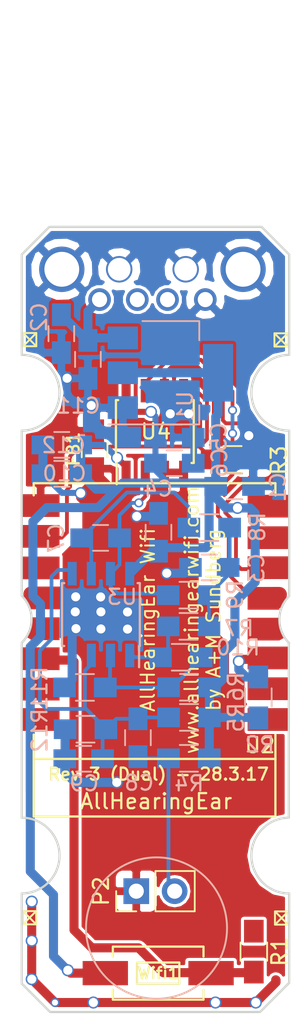
<source format=kicad_pcb>
(kicad_pcb (version 4) (host pcbnew 4.0.4-stable)

  (general
    (links 71)
    (no_connects 1)
    (area 134.171992 39.324999 167.978718 107.230001)
    (thickness 1.6)
    (drawings 52)
    (tracks 320)
    (zones 0)
    (modules 36)
    (nets 17)
  )

  (page A4)
  (layers
    (0 F.Cu signal)
    (31 B.Cu signal hide)
    (32 B.Adhes user hide)
    (33 F.Adhes user hide)
    (34 B.Paste user)
    (35 F.Paste user)
    (36 B.SilkS user)
    (37 F.SilkS user)
    (38 B.Mask user hide)
    (39 F.Mask user hide)
    (40 Dwgs.User user hide)
    (41 Cmts.User user hide)
    (42 Eco1.User user hide)
    (43 Eco2.User user hide)
    (44 Edge.Cuts user)
    (45 Margin user hide)
    (46 B.CrtYd user hide)
    (47 F.CrtYd user hide)
    (48 B.Fab user hide)
    (49 F.Fab user hide)
  )

  (setup
    (last_trace_width 0.25)
    (trace_clearance 0.2)
    (zone_clearance 0.2)
    (zone_45_only yes)
    (trace_min 0.2)
    (segment_width 0.127)
    (edge_width 0.15)
    (via_size 0.6)
    (via_drill 0.4)
    (via_min_size 0.4)
    (via_min_drill 0.3)
    (uvia_size 0.3)
    (uvia_drill 0.1)
    (uvias_allowed no)
    (uvia_min_size 0.2)
    (uvia_min_drill 0.1)
    (pcb_text_width 0.3)
    (pcb_text_size 1.5 1.5)
    (mod_edge_width 0.15)
    (mod_text_size 1 1)
    (mod_text_width 0.15)
    (pad_size 0.7 0.4)
    (pad_drill 0)
    (pad_to_mask_clearance 0.2)
    (aux_axis_origin 0 0)
    (visible_elements 7FFEFBFF)
    (pcbplotparams
      (layerselection 0x010f0_80000001)
      (usegerberextensions false)
      (excludeedgelayer true)
      (linewidth 0.100000)
      (plotframeref false)
      (viasonmask false)
      (mode 1)
      (useauxorigin false)
      (hpglpennumber 1)
      (hpglpenspeed 20)
      (hpglpendiameter 15)
      (hpglpenoverlay 2)
      (psnegative false)
      (psa4output false)
      (plotreference true)
      (plotvalue true)
      (plotinvisibletext false)
      (padsonsilk false)
      (subtractmaskfromsilk false)
      (outputformat 1)
      (mirror false)
      (drillshape 0)
      (scaleselection 1)
      (outputdirectory ""))
  )

  (net 0 "")
  (net 1 GND)
  (net 2 VCC)
  (net 3 SS)
  (net 4 MISO)
  (net 5 SCLK)
  (net 6 +5V)
  (net 7 "Net-(R1-Pad2)")
  (net 8 "Net-(R2-Pad1)")
  (net 9 "Net-(C3-Pad2)")
  (net 10 "Net-(C7-Pad1)")
  (net 11 "Net-(C7-Pad2)")
  (net 12 GNDA)
  (net 13 "Net-(C8-Pad1)")
  (net 14 "Net-(C8-Pad2)")
  (net 15 "Net-(R10-Pad2)")
  (net 16 "Net-(R10-Pad1)")

  (net_class Default "This is the default net class."
    (clearance 0.2)
    (trace_width 0.25)
    (via_dia 0.6)
    (via_drill 0.4)
    (uvia_dia 0.3)
    (uvia_drill 0.1)
    (add_net MISO)
    (add_net "Net-(C3-Pad2)")
    (add_net "Net-(C7-Pad1)")
    (add_net "Net-(C7-Pad2)")
    (add_net "Net-(C8-Pad1)")
    (add_net "Net-(C8-Pad2)")
    (add_net "Net-(R10-Pad1)")
    (add_net "Net-(R10-Pad2)")
    (add_net SCLK)
    (add_net SS)
  )

  (net_class BigGnd ""
    (clearance 0.3)
    (trace_width 0.45)
    (via_dia 0.6)
    (via_drill 0.4)
    (uvia_dia 0.3)
    (uvia_drill 0.1)
  )

  (net_class Power ""
    (clearance 0.2)
    (trace_width 0.6)
    (via_dia 0.8)
    (via_drill 0.6)
    (uvia_dia 0.3)
    (uvia_drill 0.1)
    (add_net +5V)
    (add_net GND)
    (add_net GNDA)
    (add_net "Net-(R1-Pad2)")
    (add_net "Net-(R2-Pad1)")
    (add_net VCC)
  )

  (module ASKicadLib:AHExPadLR (layer F.Cu) (tedit 58DCD282) (tstamp 58DCDD3B)
    (at 142.73 80 270)
    (descr AHExPadRL)
    (tags AHE)
    (attr smd)
    (fp_text reference "" (at 0 -1.25 270) (layer F.SilkS) hide
      (effects (font (size 1 1) (thickness 0.15)))
    )
    (fp_text value "" (at 0 1.5 270) (layer F.Fab)
      (effects (font (size 1 1) (thickness 0.15)))
    )
    (pad 1 smd oval (at -1.16 -0.23 270) (size 1 1.4) (layers F.Cu F.Paste F.Mask))
    (pad 2 smd oval (at 1.2 -0.23 270) (size 0.1 0.1) (layers F.Cu F.Paste F.Mask))
    (model Capacitors_SMD.3dshapes/C_0603.wrl
      (at (xyz 0 0 0))
      (scale (xyz 1 1 1))
      (rotate (xyz 0 0 0))
    )
  )

  (module ASKicadLib:AHExPad2x45 (layer F.Cu) (tedit 58DCD39E) (tstamp 58DCDC67)
    (at 141.63 80.23 225)
    (descr AHExPad245dgr)
    (tags AHE)
    (attr smd)
    (fp_text reference "" (at 5.451793 3.896158 225) (layer F.SilkS) hide
      (effects (font (size 1 1) (thickness 0.15)))
    )
    (fp_text value "" (at 0 1.5 225) (layer F.Fab)
      (effects (font (size 1 1) (thickness 0.15)))
    )
    (pad 1 smd rect (at -1.400071 -0.113137 120) (size 0.7 0.4) (layers F.Cu F.Paste F.Mask))
    (pad 2 smd rect (at 0.035355 -1.732412 238) (size 0.7 0.4) (layers F.Cu F.Paste F.Mask))
    (model Capacitors_SMD.3dshapes/C_0603.wrl
      (at (xyz 0 0 0))
      (scale (xyz 1 1 1))
      (rotate (xyz 0 0 0))
    )
  )

  (module Capacitors_SMD:C_0805_HandSoldering (layer B.Cu) (tedit 58D9652D) (tstamp 58B9E4C7)
    (at 147.37 75.13 180)
    (descr "Capacitor SMD 0805, hand soldering")
    (tags "capacitor 0805")
    (path /58D8240D)
    (attr smd)
    (fp_text reference C7 (at 2.94 -0.02 270) (layer B.SilkS)
      (effects (font (size 1 1) (thickness 0.15)) (justify mirror))
    )
    (fp_text value 33pF (at 0 -1.75 180) (layer B.Fab)
      (effects (font (size 1 1) (thickness 0.15)) (justify mirror))
    )
    (fp_text user %R (at 0 1.75 180) (layer B.Fab)
      (effects (font (size 1 1) (thickness 0.15)) (justify mirror))
    )
    (fp_line (start -1 -0.62) (end -1 0.62) (layer B.Fab) (width 0.1))
    (fp_line (start 1 -0.62) (end -1 -0.62) (layer B.Fab) (width 0.1))
    (fp_line (start 1 0.62) (end 1 -0.62) (layer B.Fab) (width 0.1))
    (fp_line (start -1 0.62) (end 1 0.62) (layer B.Fab) (width 0.1))
    (fp_line (start 0.5 0.85) (end -0.5 0.85) (layer B.SilkS) (width 0.12))
    (fp_line (start -0.5 -0.85) (end 0.5 -0.85) (layer B.SilkS) (width 0.12))
    (fp_line (start -2.25 0.88) (end 2.25 0.88) (layer B.CrtYd) (width 0.05))
    (fp_line (start -2.25 0.88) (end -2.25 -0.87) (layer B.CrtYd) (width 0.05))
    (fp_line (start 2.25 -0.87) (end 2.25 0.88) (layer B.CrtYd) (width 0.05))
    (fp_line (start 2.25 -0.87) (end -2.25 -0.87) (layer B.CrtYd) (width 0.05))
    (pad 1 smd rect (at -1.25 0 180) (size 1.5 1.25) (layers B.Cu B.Paste B.Mask)
      (net 10 "Net-(C7-Pad1)"))
    (pad 2 smd rect (at 1.25 0 180) (size 1.5 1.25) (layers B.Cu B.Paste B.Mask)
      (net 11 "Net-(C7-Pad2)"))
    (model Capacitors_SMD.3dshapes/C_0805.wrl
      (at (xyz 0 0 0))
      (scale (xyz 1 1 1))
      (rotate (xyz 0 0 0))
    )
  )

  (module Housings_SOIC:SOIC-8_3.9x4.9mm_Pitch1.27mm (layer F.Cu) (tedit 58C05C01) (tstamp 58BB03BC)
    (at 150.96 68.11 90)
    (descr "8-Lead Plastic Small Outline (SN) - Narrow, 3.90 mm Body [SOIC] (see Microchip Packaging Specification 00000049BS.pdf)")
    (tags "SOIC 1.27")
    (path /58495F1E)
    (attr smd)
    (fp_text reference U4 (at 0 0.07 180) (layer F.SilkS)
      (effects (font (size 1 1) (thickness 0.15)))
    )
    (fp_text value MCP3201 (at 0 3.5 90) (layer F.Fab)
      (effects (font (size 1 1) (thickness 0.15)))
    )
    (fp_line (start -0.95 -2.45) (end 1.95 -2.45) (layer F.Fab) (width 0.15))
    (fp_line (start 1.95 -2.45) (end 1.95 2.45) (layer F.Fab) (width 0.15))
    (fp_line (start 1.95 2.45) (end -1.95 2.45) (layer F.Fab) (width 0.15))
    (fp_line (start -1.95 2.45) (end -1.95 -1.45) (layer F.Fab) (width 0.15))
    (fp_line (start -1.95 -1.45) (end -0.95 -2.45) (layer F.Fab) (width 0.15))
    (fp_line (start -3.75 -2.75) (end -3.75 2.75) (layer F.CrtYd) (width 0.05))
    (fp_line (start 3.75 -2.75) (end 3.75 2.75) (layer F.CrtYd) (width 0.05))
    (fp_line (start -3.75 -2.75) (end 3.75 -2.75) (layer F.CrtYd) (width 0.05))
    (fp_line (start -3.75 2.75) (end 3.75 2.75) (layer F.CrtYd) (width 0.05))
    (fp_line (start -2.075 -2.575) (end -2.075 -2.525) (layer F.SilkS) (width 0.15))
    (fp_line (start 2.075 -2.575) (end 2.075 -2.43) (layer F.SilkS) (width 0.15))
    (fp_line (start 2.075 2.575) (end 2.075 2.43) (layer F.SilkS) (width 0.15))
    (fp_line (start -2.075 2.575) (end -2.075 2.43) (layer F.SilkS) (width 0.15))
    (fp_line (start -2.075 -2.575) (end 2.075 -2.575) (layer F.SilkS) (width 0.15))
    (fp_line (start -2.075 2.575) (end 2.075 2.575) (layer F.SilkS) (width 0.15))
    (fp_line (start -2.075 -2.525) (end -3.475 -2.525) (layer F.SilkS) (width 0.15))
    (pad 1 smd rect (at -2.7 -1.905 90) (size 1.55 0.6) (layers F.Cu F.Paste F.Mask)
      (net 2 VCC))
    (pad 2 smd rect (at -2.7 -0.635 90) (size 1.55 0.6) (layers F.Cu F.Paste F.Mask)
      (net 10 "Net-(C7-Pad1)"))
    (pad 3 smd rect (at -2.7 0.635 90) (size 1.55 0.6) (layers F.Cu F.Paste F.Mask)
      (net 12 GNDA))
    (pad 4 smd rect (at -2.7 1.905 90) (size 1.55 0.6) (layers F.Cu F.Paste F.Mask)
      (net 12 GNDA))
    (pad 5 smd rect (at 2.7 1.905 90) (size 1.55 0.6) (layers F.Cu F.Paste F.Mask)
      (net 3 SS))
    (pad 6 smd rect (at 2.7 0.635 90) (size 1.55 0.6) (layers F.Cu F.Paste F.Mask)
      (net 4 MISO))
    (pad 7 smd rect (at 2.7 -0.635 90) (size 1.55 0.6) (layers F.Cu F.Paste F.Mask)
      (net 5 SCLK))
    (pad 8 smd rect (at 2.7 -1.905 90) (size 1.55 0.6) (layers F.Cu F.Paste F.Mask)
      (net 2 VCC))
    (model Housings_SOIC.3dshapes/SOIC-8_3.9x4.9mm_Pitch1.27mm.wrl
      (at (xyz 0 0 0))
      (scale (xyz 1 1 1))
      (rotate (xyz 0 0 0))
    )
  )

  (module TO_SOT_Packages_SMD:SOT-223 (layer B.Cu) (tedit 58BC80F9) (tstamp 588A5E07)
    (at 151.99 64.23)
    (descr "module CMS SOT223 4 pins")
    (tags "CMS SOT")
    (path /58495D09)
    (attr smd)
    (fp_text reference U1 (at 0.98 2.2 270) (layer B.SilkS)
      (effects (font (size 1 1) (thickness 0.15)) (justify mirror))
    )
    (fp_text value LM1117-3.3 (at 0 -4.5) (layer B.Fab)
      (effects (font (size 1 1) (thickness 0.15)) (justify mirror))
    )
    (fp_line (start 1.91 -3.41) (end 1.91 -2.15) (layer B.SilkS) (width 0.12))
    (fp_line (start 1.91 3.41) (end 1.91 2.15) (layer B.SilkS) (width 0.12))
    (fp_line (start 4.4 3.6) (end -4.4 3.6) (layer B.CrtYd) (width 0.05))
    (fp_line (start 4.4 -3.6) (end 4.4 3.6) (layer B.CrtYd) (width 0.05))
    (fp_line (start -4.4 -3.6) (end 4.4 -3.6) (layer B.CrtYd) (width 0.05))
    (fp_line (start -4.4 3.6) (end -4.4 -3.6) (layer B.CrtYd) (width 0.05))
    (fp_line (start -1.85 2.35) (end -0.85 3.35) (layer B.Fab) (width 0.1))
    (fp_line (start -1.85 2.35) (end -1.85 -3.35) (layer B.Fab) (width 0.1))
    (fp_line (start -1.85 -3.41) (end 1.91 -3.41) (layer B.SilkS) (width 0.12))
    (fp_line (start -0.85 3.35) (end 1.85 3.35) (layer B.Fab) (width 0.1))
    (fp_line (start -4.1 3.41) (end 1.91 3.41) (layer B.SilkS) (width 0.12))
    (fp_line (start -1.85 -3.35) (end 1.85 -3.35) (layer B.Fab) (width 0.1))
    (fp_line (start 1.85 3.35) (end 1.85 -3.35) (layer B.Fab) (width 0.1))
    (pad 4 smd rect (at 3.15 0) (size 2 3.8) (layers B.Cu B.Paste B.Mask)
      (net 2 VCC))
    (pad 2 smd rect (at -3.15 0) (size 2 1.5) (layers B.Cu B.Paste B.Mask)
      (net 2 VCC))
    (pad 3 smd rect (at -3.15 -2.3) (size 2 1.5) (layers B.Cu B.Paste B.Mask)
      (net 6 +5V))
    (pad 1 smd rect (at -3.15 2.3) (size 2 1.5) (layers B.Cu B.Paste B.Mask)
      (net 1 GND))
    (model TO_SOT_Packages_SMD.3dshapes/SOT-223.wrl
      (at (xyz 0 0 0))
      (scale (xyz 0.4 0.4 0.4))
      (rotate (xyz 0 0 90))
    )
  )

  (module Capacitors_SMD:C_0805_HandSoldering (layer F.Cu) (tedit 58D965B7) (tstamp 588A5D17)
    (at 146.97 69.31 270)
    (descr "Capacitor SMD 0805, hand soldering")
    (tags "capacitor 0805")
    (path /5849DA18)
    (attr smd)
    (fp_text reference FB1 (at -0.04 1.41 450) (layer F.SilkS)
      (effects (font (size 0.8 0.8) (thickness 0.15)))
    )
    (fp_text value FERRITE (at 0 2.1 270) (layer F.Fab)
      (effects (font (size 1 1) (thickness 0.15)))
    )
    (fp_line (start -1 0.625) (end -1 -0.625) (layer F.Fab) (width 0.1))
    (fp_line (start 1 0.625) (end -1 0.625) (layer F.Fab) (width 0.1))
    (fp_line (start 1 -0.625) (end 1 0.625) (layer F.Fab) (width 0.1))
    (fp_line (start -1 -0.625) (end 1 -0.625) (layer F.Fab) (width 0.1))
    (fp_line (start -2.3 -1) (end 2.3 -1) (layer F.CrtYd) (width 0.05))
    (fp_line (start -2.3 1) (end 2.3 1) (layer F.CrtYd) (width 0.05))
    (fp_line (start -2.3 -1) (end -2.3 1) (layer F.CrtYd) (width 0.05))
    (fp_line (start 2.3 -1) (end 2.3 1) (layer F.CrtYd) (width 0.05))
    (fp_line (start 0.5 -0.85) (end -0.5 -0.85) (layer F.SilkS) (width 0.12))
    (fp_line (start -0.5 0.85) (end 0.5 0.85) (layer F.SilkS) (width 0.12))
    (pad 1 smd rect (at -1.25 0 270) (size 1.5 1.25) (layers F.Cu F.Paste F.Mask)
      (net 1 GND))
    (pad 2 smd rect (at 1.25 0 270) (size 1.5 1.25) (layers F.Cu F.Paste F.Mask)
      (net 12 GNDA))
    (model Capacitors_SMD.3dshapes/C_0805_HandSoldering.wrl
      (at (xyz 0 0 0))
      (scale (xyz 1 1 1))
      (rotate (xyz 0 0 0))
    )
  )

  (module Resistors_SMD:R_0805_HandSoldering (layer B.Cu) (tedit 58D959C0) (tstamp 58B9E58D)
    (at 154.56 74.45 180)
    (descr "Resistor SMD 0805, hand soldering")
    (tags "resistor 0805")
    (path /58D803B0)
    (attr smd)
    (fp_text reference R8 (at -3.19 0.04 270) (layer B.SilkS)
      (effects (font (size 1 1) (thickness 0.15)) (justify mirror))
    )
    (fp_text value 150k (at 0 -1.75 180) (layer B.Fab)
      (effects (font (size 1 1) (thickness 0.15)) (justify mirror))
    )
    (fp_text user %R (at 0 1.7 180) (layer B.Fab)
      (effects (font (size 1 1) (thickness 0.15)) (justify mirror))
    )
    (fp_line (start -1 -0.62) (end -1 0.62) (layer B.Fab) (width 0.1))
    (fp_line (start 1 -0.62) (end -1 -0.62) (layer B.Fab) (width 0.1))
    (fp_line (start 1 0.62) (end 1 -0.62) (layer B.Fab) (width 0.1))
    (fp_line (start -1 0.62) (end 1 0.62) (layer B.Fab) (width 0.1))
    (fp_line (start 0.6 -0.88) (end -0.6 -0.88) (layer B.SilkS) (width 0.12))
    (fp_line (start -0.6 0.88) (end 0.6 0.88) (layer B.SilkS) (width 0.12))
    (fp_line (start -2.35 0.9) (end 2.35 0.9) (layer B.CrtYd) (width 0.05))
    (fp_line (start -2.35 0.9) (end -2.35 -0.9) (layer B.CrtYd) (width 0.05))
    (fp_line (start 2.35 -0.9) (end 2.35 0.9) (layer B.CrtYd) (width 0.05))
    (fp_line (start 2.35 -0.9) (end -2.35 -0.9) (layer B.CrtYd) (width 0.05))
    (pad 1 smd rect (at -1.35 0 180) (size 1.5 1.3) (layers B.Cu B.Paste B.Mask)
      (net 9 "Net-(C3-Pad2)"))
    (pad 2 smd rect (at 1.35 0 180) (size 1.5 1.3) (layers B.Cu B.Paste B.Mask)
      (net 11 "Net-(C7-Pad2)"))
    (model Resistors_SMD.3dshapes/R_0805.wrl
      (at (xyz 0 0 0))
      (scale (xyz 1 1 1))
      (rotate (xyz 0 0 0))
    )
  )

  (module ASKicadLib:USB_A_AS (layer F.Cu) (tedit 5862ABF9) (tstamp 588CD9D1)
    (at 150.8 49.1)
    (descr "USB A AS")
    (tags "USB USB_A")
    (path /58495BE0)
    (fp_text reference P1 (at 0 8.3) (layer F.SilkS) hide
      (effects (font (size 1 1) (thickness 0.15)))
    )
    (fp_text value USB_B (at 0 6.6) (layer F.Fab)
      (effects (font (size 1 1) (thickness 0.15)))
    )
    (fp_line (start -6 5.5) (end 6 5.5) (layer F.CrtYd) (width 0.15))
    (fp_line (start -6 -9.4) (end -6 9.4) (layer F.CrtYd) (width 0.15))
    (fp_line (start -6 9.4) (end 6 9.4) (layer F.CrtYd) (width 0.15))
    (fp_line (start 6 9.4) (end 6 -9.4) (layer F.CrtYd) (width 0.15))
    (fp_line (start 6 -9.4) (end -6 -9.4) (layer F.CrtYd) (width 0.15))
    (pad 5 thru_hole circle (at -2.2 8.3 270) (size 1.75 1.75) (drill 1.5) (layers *.Cu *.Mask)
      (net 1 GND))
    (pad 5 thru_hole circle (at 2.2 8.3 270) (size 1.75 1.75) (drill 1.5) (layers *.Cu *.Mask)
      (net 1 GND))
    (pad 4 thru_hole circle (at 3.5 10.3 270) (size 1.50114 1.50114) (drill 1.00076) (layers *.Cu *.Mask)
      (net 1 GND))
    (pad 3 thru_hole circle (at 1 10.3 270) (size 1.50114 1.50114) (drill 1.00076) (layers *.Cu *.Mask))
    (pad 2 thru_hole circle (at -1 10.3 270) (size 1.50114 1.50114) (drill 1.00076) (layers *.Cu *.Mask))
    (pad 1 thru_hole circle (at -3.5 10.3 270) (size 1.50114 1.50114) (drill 1.00076) (layers *.Cu *.Mask)
      (net 6 +5V))
    (pad 5 thru_hole circle (at 6 8.3 270) (size 2.99974 2.99974) (drill 2.30124) (layers *.Cu *.Mask)
      (net 1 GND))
    (pad 5 thru_hole circle (at -6 8.3 270) (size 2.99974 2.99974) (drill 2.30124) (layers *.Cu *.Mask)
      (net 1 GND))
    (model Connect.3dshapes/USB_A.wrl
      (at (xyz 0.14 0 0))
      (scale (xyz 1 1 1))
      (rotate (xyz 0 0 90))
    )
  )

  (module Capacitors_SMD:C_0805_HandSoldering (layer B.Cu) (tedit 58BDBBEC) (tstamp 58B9E466)
    (at 156.24 71.73)
    (descr "Capacitor SMD 0805, hand soldering")
    (tags "capacitor 0805")
    (path /58496C2E)
    (attr smd)
    (fp_text reference C1 (at 2.87 0.05 90) (layer B.SilkS)
      (effects (font (size 1 1) (thickness 0.15)) (justify mirror))
    )
    (fp_text value 0,1uF (at 0 -1.75) (layer B.Fab)
      (effects (font (size 1 1) (thickness 0.15)) (justify mirror))
    )
    (fp_text user %R (at 0 1.75) (layer B.Fab)
      (effects (font (size 1 1) (thickness 0.15)) (justify mirror))
    )
    (fp_line (start -1 -0.62) (end -1 0.62) (layer B.Fab) (width 0.1))
    (fp_line (start 1 -0.62) (end -1 -0.62) (layer B.Fab) (width 0.1))
    (fp_line (start 1 0.62) (end 1 -0.62) (layer B.Fab) (width 0.1))
    (fp_line (start -1 0.62) (end 1 0.62) (layer B.Fab) (width 0.1))
    (fp_line (start 0.5 0.85) (end -0.5 0.85) (layer B.SilkS) (width 0.12))
    (fp_line (start -0.5 -0.85) (end 0.5 -0.85) (layer B.SilkS) (width 0.12))
    (fp_line (start -2.25 0.88) (end 2.25 0.88) (layer B.CrtYd) (width 0.05))
    (fp_line (start -2.25 0.88) (end -2.25 -0.87) (layer B.CrtYd) (width 0.05))
    (fp_line (start 2.25 -0.87) (end 2.25 0.88) (layer B.CrtYd) (width 0.05))
    (fp_line (start 2.25 -0.87) (end -2.25 -0.87) (layer B.CrtYd) (width 0.05))
    (pad 1 smd rect (at -1.25 0) (size 1.5 1.25) (layers B.Cu B.Paste B.Mask)
      (net 2 VCC))
    (pad 2 smd rect (at 1.25 0) (size 1.5 1.25) (layers B.Cu B.Paste B.Mask)
      (net 1 GND))
    (model Capacitors_SMD.3dshapes/C_0805.wrl
      (at (xyz 0 0 0))
      (scale (xyz 1 1 1))
      (rotate (xyz 0 0 0))
    )
  )

  (module Capacitors_SMD:C_0805_HandSoldering (layer B.Cu) (tedit 58D959BD) (tstamp 58B9E487)
    (at 154.56 77.08)
    (descr "Capacitor SMD 0805, hand soldering")
    (tags "capacitor 0805")
    (path /58D81C05)
    (attr smd)
    (fp_text reference C3 (at 3.13 0.04 90) (layer B.SilkS)
      (effects (font (size 1 1) (thickness 0.15)) (justify mirror))
    )
    (fp_text value 1000pF (at 0 -1.75) (layer B.Fab)
      (effects (font (size 1 1) (thickness 0.15)) (justify mirror))
    )
    (fp_text user %R (at 0 1.75) (layer B.Fab)
      (effects (font (size 1 1) (thickness 0.15)) (justify mirror))
    )
    (fp_line (start -1 -0.62) (end -1 0.62) (layer B.Fab) (width 0.1))
    (fp_line (start 1 -0.62) (end -1 -0.62) (layer B.Fab) (width 0.1))
    (fp_line (start 1 0.62) (end 1 -0.62) (layer B.Fab) (width 0.1))
    (fp_line (start -1 0.62) (end 1 0.62) (layer B.Fab) (width 0.1))
    (fp_line (start 0.5 0.85) (end -0.5 0.85) (layer B.SilkS) (width 0.12))
    (fp_line (start -0.5 -0.85) (end 0.5 -0.85) (layer B.SilkS) (width 0.12))
    (fp_line (start -2.25 0.88) (end 2.25 0.88) (layer B.CrtYd) (width 0.05))
    (fp_line (start -2.25 0.88) (end -2.25 -0.87) (layer B.CrtYd) (width 0.05))
    (fp_line (start 2.25 -0.87) (end 2.25 0.88) (layer B.CrtYd) (width 0.05))
    (fp_line (start 2.25 -0.87) (end -2.25 -0.87) (layer B.CrtYd) (width 0.05))
    (pad 1 smd rect (at -1.25 0) (size 1.5 1.25) (layers B.Cu B.Paste B.Mask)
      (net 12 GNDA))
    (pad 2 smd rect (at 1.25 0) (size 1.5 1.25) (layers B.Cu B.Paste B.Mask)
      (net 9 "Net-(C3-Pad2)"))
    (model Capacitors_SMD.3dshapes/C_0805.wrl
      (at (xyz 0 0 0))
      (scale (xyz 1 1 1))
      (rotate (xyz 0 0 0))
    )
  )

  (module Capacitors_SMD:C_0805_HandSoldering (layer B.Cu) (tedit 58D96532) (tstamp 58B9E497)
    (at 151.2 74.76 90)
    (descr "Capacitor SMD 0805, hand soldering")
    (tags "capacitor 0805")
    (path /58D8076B)
    (attr smd)
    (fp_text reference C4 (at 2.87 -0.02 360) (layer B.SilkS)
      (effects (font (size 1 1) (thickness 0.15)) (justify mirror))
    )
    (fp_text value 0,1uF (at 0 -1.75 90) (layer B.Fab)
      (effects (font (size 1 1) (thickness 0.15)) (justify mirror))
    )
    (fp_text user %R (at 0 1.75 90) (layer B.Fab)
      (effects (font (size 1 1) (thickness 0.15)) (justify mirror))
    )
    (fp_line (start -1 -0.62) (end -1 0.62) (layer B.Fab) (width 0.1))
    (fp_line (start 1 -0.62) (end -1 -0.62) (layer B.Fab) (width 0.1))
    (fp_line (start 1 0.62) (end 1 -0.62) (layer B.Fab) (width 0.1))
    (fp_line (start -1 0.62) (end 1 0.62) (layer B.Fab) (width 0.1))
    (fp_line (start 0.5 0.85) (end -0.5 0.85) (layer B.SilkS) (width 0.12))
    (fp_line (start -0.5 -0.85) (end 0.5 -0.85) (layer B.SilkS) (width 0.12))
    (fp_line (start -2.25 0.88) (end 2.25 0.88) (layer B.CrtYd) (width 0.05))
    (fp_line (start -2.25 0.88) (end -2.25 -0.87) (layer B.CrtYd) (width 0.05))
    (fp_line (start 2.25 -0.87) (end 2.25 0.88) (layer B.CrtYd) (width 0.05))
    (fp_line (start 2.25 -0.87) (end -2.25 -0.87) (layer B.CrtYd) (width 0.05))
    (pad 1 smd rect (at -1.25 0 90) (size 1.5 1.25) (layers B.Cu B.Paste B.Mask)
      (net 2 VCC))
    (pad 2 smd rect (at 1.25 0 90) (size 1.5 1.25) (layers B.Cu B.Paste B.Mask)
      (net 12 GNDA))
    (model Capacitors_SMD.3dshapes/C_0805.wrl
      (at (xyz 0 0 0))
      (scale (xyz 1 1 1))
      (rotate (xyz 0 0 0))
    )
  )

  (module Capacitors_SMD:C_0805_HandSoldering (layer B.Cu) (tedit 58BDBD14) (tstamp 58B9E4A7)
    (at 152.25 68.5 180)
    (descr "Capacitor SMD 0805, hand soldering")
    (tags "capacitor 0805")
    (path /584989F9)
    (attr smd)
    (fp_text reference C5 (at -2.94 0.02 450) (layer B.SilkS)
      (effects (font (size 1 1) (thickness 0.15)) (justify mirror))
    )
    (fp_text value 0,1 (at 0 -1.75 180) (layer B.Fab)
      (effects (font (size 1 1) (thickness 0.15)) (justify mirror))
    )
    (fp_text user %R (at 0 1.75 180) (layer B.Fab)
      (effects (font (size 1 1) (thickness 0.15)) (justify mirror))
    )
    (fp_line (start -1 -0.62) (end -1 0.62) (layer B.Fab) (width 0.1))
    (fp_line (start 1 -0.62) (end -1 -0.62) (layer B.Fab) (width 0.1))
    (fp_line (start 1 0.62) (end 1 -0.62) (layer B.Fab) (width 0.1))
    (fp_line (start -1 0.62) (end 1 0.62) (layer B.Fab) (width 0.1))
    (fp_line (start 0.5 0.85) (end -0.5 0.85) (layer B.SilkS) (width 0.12))
    (fp_line (start -0.5 -0.85) (end 0.5 -0.85) (layer B.SilkS) (width 0.12))
    (fp_line (start -2.25 0.88) (end 2.25 0.88) (layer B.CrtYd) (width 0.05))
    (fp_line (start -2.25 0.88) (end -2.25 -0.87) (layer B.CrtYd) (width 0.05))
    (fp_line (start 2.25 -0.87) (end 2.25 0.88) (layer B.CrtYd) (width 0.05))
    (fp_line (start 2.25 -0.87) (end -2.25 -0.87) (layer B.CrtYd) (width 0.05))
    (pad 1 smd rect (at -1.25 0 180) (size 1.5 1.25) (layers B.Cu B.Paste B.Mask)
      (net 1 GND))
    (pad 2 smd rect (at 1.25 0 180) (size 1.5 1.25) (layers B.Cu B.Paste B.Mask)
      (net 2 VCC))
    (model Capacitors_SMD.3dshapes/C_0805.wrl
      (at (xyz 0 0 0))
      (scale (xyz 1 1 1))
      (rotate (xyz 0 0 0))
    )
  )

  (module Capacitors_SMD:C_0805_HandSoldering (layer B.Cu) (tedit 58BDBD1D) (tstamp 58B9E4B7)
    (at 152.25 70.2 180)
    (descr "Capacitor SMD 0805, hand soldering")
    (tags "capacitor 0805")
    (path /58BC87E7)
    (attr smd)
    (fp_text reference C6 (at -2.99 0.04 270) (layer B.SilkS)
      (effects (font (size 1 1) (thickness 0.15)) (justify mirror))
    )
    (fp_text value 10uF (at 0 -1.75 180) (layer B.Fab)
      (effects (font (size 1 1) (thickness 0.15)) (justify mirror))
    )
    (fp_text user %R (at 0 1.75 180) (layer B.Fab)
      (effects (font (size 1 1) (thickness 0.15)) (justify mirror))
    )
    (fp_line (start -1 -0.62) (end -1 0.62) (layer B.Fab) (width 0.1))
    (fp_line (start 1 -0.62) (end -1 -0.62) (layer B.Fab) (width 0.1))
    (fp_line (start 1 0.62) (end 1 -0.62) (layer B.Fab) (width 0.1))
    (fp_line (start -1 0.62) (end 1 0.62) (layer B.Fab) (width 0.1))
    (fp_line (start 0.5 0.85) (end -0.5 0.85) (layer B.SilkS) (width 0.12))
    (fp_line (start -0.5 -0.85) (end 0.5 -0.85) (layer B.SilkS) (width 0.12))
    (fp_line (start -2.25 0.88) (end 2.25 0.88) (layer B.CrtYd) (width 0.05))
    (fp_line (start -2.25 0.88) (end -2.25 -0.87) (layer B.CrtYd) (width 0.05))
    (fp_line (start 2.25 -0.87) (end 2.25 0.88) (layer B.CrtYd) (width 0.05))
    (fp_line (start 2.25 -0.87) (end -2.25 -0.87) (layer B.CrtYd) (width 0.05))
    (pad 1 smd rect (at -1.25 0 180) (size 1.5 1.25) (layers B.Cu B.Paste B.Mask)
      (net 1 GND))
    (pad 2 smd rect (at 1.25 0 180) (size 1.5 1.25) (layers B.Cu B.Paste B.Mask)
      (net 2 VCC))
    (model Capacitors_SMD.3dshapes/C_0805.wrl
      (at (xyz 0 0 0))
      (scale (xyz 1 1 1))
      (rotate (xyz 0 0 0))
    )
  )

  (module Capacitors_SMD:C_0805_HandSoldering (layer B.Cu) (tedit 58D951E6) (tstamp 58B9E4D7)
    (at 146.25 89.71)
    (descr "Capacitor SMD 0805, hand soldering")
    (tags "capacitor 0805")
    (path /58D7E249)
    (attr smd)
    (fp_text reference C9 (at 0.03 1.63 180) (layer B.SilkS)
      (effects (font (size 1 1) (thickness 0.15)) (justify mirror))
    )
    (fp_text value 4,7 (at 0 -1.75) (layer B.Fab)
      (effects (font (size 1 1) (thickness 0.15)) (justify mirror))
    )
    (fp_text user %R (at 0 1.75) (layer B.Fab)
      (effects (font (size 1 1) (thickness 0.15)) (justify mirror))
    )
    (fp_line (start -1 -0.62) (end -1 0.62) (layer B.Fab) (width 0.1))
    (fp_line (start 1 -0.62) (end -1 -0.62) (layer B.Fab) (width 0.1))
    (fp_line (start 1 0.62) (end 1 -0.62) (layer B.Fab) (width 0.1))
    (fp_line (start -1 0.62) (end 1 0.62) (layer B.Fab) (width 0.1))
    (fp_line (start 0.5 0.85) (end -0.5 0.85) (layer B.SilkS) (width 0.12))
    (fp_line (start -0.5 -0.85) (end 0.5 -0.85) (layer B.SilkS) (width 0.12))
    (fp_line (start -2.25 0.88) (end 2.25 0.88) (layer B.CrtYd) (width 0.05))
    (fp_line (start -2.25 0.88) (end -2.25 -0.87) (layer B.CrtYd) (width 0.05))
    (fp_line (start 2.25 -0.87) (end 2.25 0.88) (layer B.CrtYd) (width 0.05))
    (fp_line (start 2.25 -0.87) (end -2.25 -0.87) (layer B.CrtYd) (width 0.05))
    (pad 1 smd rect (at -1.25 0) (size 1.5 1.25) (layers B.Cu B.Paste B.Mask)
      (net 12 GNDA))
    (pad 2 smd rect (at 1.25 0) (size 1.5 1.25) (layers B.Cu B.Paste B.Mask)
      (net 13 "Net-(C8-Pad1)"))
    (model Capacitors_SMD.3dshapes/C_0805.wrl
      (at (xyz 0 0 0))
      (scale (xyz 1 1 1))
      (rotate (xyz 0 0 0))
    )
  )

  (module Capacitors_SMD:C_0805_HandSoldering (layer B.Cu) (tedit 58BF1C54) (tstamp 58B9E4E7)
    (at 144.8 70.9)
    (descr "Capacitor SMD 0805, hand soldering")
    (tags "capacitor 0805")
    (path /58499029)
    (attr smd)
    (fp_text reference C10 (at 0.18 -0.02) (layer B.SilkS)
      (effects (font (size 1 1) (thickness 0.15)) (justify mirror))
    )
    (fp_text value 1.0uF (at 0 -1.75) (layer B.Fab)
      (effects (font (size 1 1) (thickness 0.15)) (justify mirror))
    )
    (fp_text user %R (at 0 1.75) (layer B.Fab)
      (effects (font (size 1 1) (thickness 0.15)) (justify mirror))
    )
    (fp_line (start -1 -0.62) (end -1 0.62) (layer B.Fab) (width 0.1))
    (fp_line (start 1 -0.62) (end -1 -0.62) (layer B.Fab) (width 0.1))
    (fp_line (start 1 0.62) (end 1 -0.62) (layer B.Fab) (width 0.1))
    (fp_line (start -1 0.62) (end 1 0.62) (layer B.Fab) (width 0.1))
    (fp_line (start 0.5 0.85) (end -0.5 0.85) (layer B.SilkS) (width 0.12))
    (fp_line (start -0.5 -0.85) (end 0.5 -0.85) (layer B.SilkS) (width 0.12))
    (fp_line (start -2.25 0.88) (end 2.25 0.88) (layer B.CrtYd) (width 0.05))
    (fp_line (start -2.25 0.88) (end -2.25 -0.87) (layer B.CrtYd) (width 0.05))
    (fp_line (start 2.25 -0.87) (end 2.25 0.88) (layer B.CrtYd) (width 0.05))
    (fp_line (start 2.25 -0.87) (end -2.25 -0.87) (layer B.CrtYd) (width 0.05))
    (pad 1 smd rect (at -1.25 0) (size 1.5 1.25) (layers B.Cu B.Paste B.Mask)
      (net 12 GNDA))
    (pad 2 smd rect (at 1.25 0) (size 1.5 1.25) (layers B.Cu B.Paste B.Mask)
      (net 2 VCC))
    (model Capacitors_SMD.3dshapes/C_0805.wrl
      (at (xyz 0 0 0))
      (scale (xyz 1 1 1))
      (rotate (xyz 0 0 0))
    )
  )

  (module Resistors_SMD:R_0805_HandSoldering (layer F.Cu) (tedit 58D96696) (tstamp 58B9E51C)
    (at 157.51 102.44 270)
    (descr "Resistor SMD 0805, hand soldering")
    (tags "resistor 0805")
    (path /584974BB)
    (attr smd)
    (fp_text reference R1 (at 0 -1.7 270) (layer F.SilkS)
      (effects (font (size 1 1) (thickness 0.15)))
    )
    (fp_text value 10k (at 0 1.75 270) (layer F.Fab)
      (effects (font (size 1 1) (thickness 0.15)))
    )
    (fp_text user %R (at 0 -1.7 270) (layer F.Fab)
      (effects (font (size 1 1) (thickness 0.15)))
    )
    (fp_line (start -1 0.62) (end -1 -0.62) (layer F.Fab) (width 0.1))
    (fp_line (start 1 0.62) (end -1 0.62) (layer F.Fab) (width 0.1))
    (fp_line (start 1 -0.62) (end 1 0.62) (layer F.Fab) (width 0.1))
    (fp_line (start -1 -0.62) (end 1 -0.62) (layer F.Fab) (width 0.1))
    (fp_line (start 0.6 0.88) (end -0.6 0.88) (layer F.SilkS) (width 0.12))
    (fp_line (start -0.6 -0.88) (end 0.6 -0.88) (layer F.SilkS) (width 0.12))
    (fp_line (start -2.35 -0.9) (end 2.35 -0.9) (layer F.CrtYd) (width 0.05))
    (fp_line (start -2.35 -0.9) (end -2.35 0.9) (layer F.CrtYd) (width 0.05))
    (fp_line (start 2.35 0.9) (end 2.35 -0.9) (layer F.CrtYd) (width 0.05))
    (fp_line (start 2.35 0.9) (end -2.35 0.9) (layer F.CrtYd) (width 0.05))
    (pad 1 smd rect (at -1.35 0 270) (size 1.5 1.3) (layers F.Cu F.Paste F.Mask)
      (net 1 GND))
    (pad 2 smd rect (at 1.35 0 270) (size 1.5 1.3) (layers F.Cu F.Paste F.Mask)
      (net 7 "Net-(R1-Pad2)"))
    (model Resistors_SMD.3dshapes/R_0805.wrl
      (at (xyz 0 0 0))
      (scale (xyz 1 1 1))
      (rotate (xyz 0 0 0))
    )
  )

  (module Resistors_SMD:R_0805_HandSoldering (layer F.Cu) (tedit 58D965C1) (tstamp 58B9E53D)
    (at 156.1 69.95 180)
    (descr "Resistor SMD 0805, hand soldering")
    (tags "resistor 0805")
    (path /58497D8F)
    (attr smd)
    (fp_text reference R3 (at -3.07 -0.06 450) (layer F.SilkS)
      (effects (font (size 1 1) (thickness 0.15)))
    )
    (fp_text value 10k (at 0 1.75 180) (layer F.Fab)
      (effects (font (size 1 1) (thickness 0.15)))
    )
    (fp_text user %R (at 0 -1.7 180) (layer F.Fab)
      (effects (font (size 1 1) (thickness 0.15)))
    )
    (fp_line (start -1 0.62) (end -1 -0.62) (layer F.Fab) (width 0.1))
    (fp_line (start 1 0.62) (end -1 0.62) (layer F.Fab) (width 0.1))
    (fp_line (start 1 -0.62) (end 1 0.62) (layer F.Fab) (width 0.1))
    (fp_line (start -1 -0.62) (end 1 -0.62) (layer F.Fab) (width 0.1))
    (fp_line (start 0.6 0.88) (end -0.6 0.88) (layer F.SilkS) (width 0.12))
    (fp_line (start -0.6 -0.88) (end 0.6 -0.88) (layer F.SilkS) (width 0.12))
    (fp_line (start -2.35 -0.9) (end 2.35 -0.9) (layer F.CrtYd) (width 0.05))
    (fp_line (start -2.35 -0.9) (end -2.35 0.9) (layer F.CrtYd) (width 0.05))
    (fp_line (start 2.35 0.9) (end 2.35 -0.9) (layer F.CrtYd) (width 0.05))
    (fp_line (start 2.35 0.9) (end -2.35 0.9) (layer F.CrtYd) (width 0.05))
    (pad 1 smd rect (at -1.35 0 180) (size 1.5 1.3) (layers F.Cu F.Paste F.Mask)
      (net 1 GND))
    (pad 2 smd rect (at 1.35 0 180) (size 1.5 1.3) (layers F.Cu F.Paste F.Mask)
      (net 3 SS))
    (model Resistors_SMD.3dshapes/R_0805.wrl
      (at (xyz 0 0 0))
      (scale (xyz 1 1 1))
      (rotate (xyz 0 0 0))
    )
  )

  (module Resistors_SMD:R_0805_HandSoldering (layer B.Cu) (tedit 58D951F3) (tstamp 58B9E54D)
    (at 153.21 89.68)
    (descr "Resistor SMD 0805, hand soldering")
    (tags "resistor 0805")
    (path /58D7DB28)
    (attr smd)
    (fp_text reference R4 (at 0.02 1.66) (layer B.SilkS)
      (effects (font (size 1 1) (thickness 0.15)) (justify mirror))
    )
    (fp_text value 1,5k (at 0 -1.75) (layer B.Fab)
      (effects (font (size 1 1) (thickness 0.15)) (justify mirror))
    )
    (fp_text user %R (at 0 1.7) (layer B.Fab)
      (effects (font (size 1 1) (thickness 0.15)) (justify mirror))
    )
    (fp_line (start -1 -0.62) (end -1 0.62) (layer B.Fab) (width 0.1))
    (fp_line (start 1 -0.62) (end -1 -0.62) (layer B.Fab) (width 0.1))
    (fp_line (start 1 0.62) (end 1 -0.62) (layer B.Fab) (width 0.1))
    (fp_line (start -1 0.62) (end 1 0.62) (layer B.Fab) (width 0.1))
    (fp_line (start 0.6 -0.88) (end -0.6 -0.88) (layer B.SilkS) (width 0.12))
    (fp_line (start -0.6 0.88) (end 0.6 0.88) (layer B.SilkS) (width 0.12))
    (fp_line (start -2.35 0.9) (end 2.35 0.9) (layer B.CrtYd) (width 0.05))
    (fp_line (start -2.35 0.9) (end -2.35 -0.9) (layer B.CrtYd) (width 0.05))
    (fp_line (start 2.35 -0.9) (end 2.35 0.9) (layer B.CrtYd) (width 0.05))
    (fp_line (start 2.35 -0.9) (end -2.35 -0.9) (layer B.CrtYd) (width 0.05))
    (pad 1 smd rect (at -1.35 0) (size 1.5 1.3) (layers B.Cu B.Paste B.Mask)
      (net 14 "Net-(C8-Pad2)"))
    (pad 2 smd rect (at 1.35 0) (size 1.5 1.3) (layers B.Cu B.Paste B.Mask)
      (net 2 VCC))
    (model Resistors_SMD.3dshapes/R_0805.wrl
      (at (xyz 0 0 0))
      (scale (xyz 1 1 1))
      (rotate (xyz 0 0 0))
    )
  )

  (module Resistors_SMD:R_0805_HandSoldering (layer B.Cu) (tedit 58D96559) (tstamp 58B9E55D)
    (at 153.22 86.98 180)
    (descr "Resistor SMD 0805, hand soldering")
    (tags "resistor 0805")
    (path /58D7DD4A)
    (attr smd)
    (fp_text reference R5 (at -3.11 -0.01 270) (layer B.SilkS)
      (effects (font (size 1 1) (thickness 0.15)) (justify mirror))
    )
    (fp_text value 1M (at 0 -1.75 180) (layer B.Fab)
      (effects (font (size 1 1) (thickness 0.15)) (justify mirror))
    )
    (fp_text user %R (at 0 1.7 180) (layer B.Fab)
      (effects (font (size 1 1) (thickness 0.15)) (justify mirror))
    )
    (fp_line (start -1 -0.62) (end -1 0.62) (layer B.Fab) (width 0.1))
    (fp_line (start 1 -0.62) (end -1 -0.62) (layer B.Fab) (width 0.1))
    (fp_line (start 1 0.62) (end 1 -0.62) (layer B.Fab) (width 0.1))
    (fp_line (start -1 0.62) (end 1 0.62) (layer B.Fab) (width 0.1))
    (fp_line (start 0.6 -0.88) (end -0.6 -0.88) (layer B.SilkS) (width 0.12))
    (fp_line (start -0.6 0.88) (end 0.6 0.88) (layer B.SilkS) (width 0.12))
    (fp_line (start -2.35 0.9) (end 2.35 0.9) (layer B.CrtYd) (width 0.05))
    (fp_line (start -2.35 0.9) (end -2.35 -0.9) (layer B.CrtYd) (width 0.05))
    (fp_line (start 2.35 -0.9) (end 2.35 0.9) (layer B.CrtYd) (width 0.05))
    (fp_line (start 2.35 -0.9) (end -2.35 -0.9) (layer B.CrtYd) (width 0.05))
    (pad 1 smd rect (at -1.35 0 180) (size 1.5 1.3) (layers B.Cu B.Paste B.Mask)
      (net 2 VCC))
    (pad 2 smd rect (at 1.35 0 180) (size 1.5 1.3) (layers B.Cu B.Paste B.Mask)
      (net 13 "Net-(C8-Pad1)"))
    (model Resistors_SMD.3dshapes/R_0805.wrl
      (at (xyz 0 0 0))
      (scale (xyz 1 1 1))
      (rotate (xyz 0 0 0))
    )
  )

  (module Resistors_SMD:R_0805_HandSoldering (layer B.Cu) (tedit 58D96556) (tstamp 58B9E56D)
    (at 153.22 84.99)
    (descr "Resistor SMD 0805, hand soldering")
    (tags "resistor 0805")
    (path /58D7F77B)
    (attr smd)
    (fp_text reference R6 (at 3.11 -0.03 90) (layer B.SilkS)
      (effects (font (size 1 1) (thickness 0.15)) (justify mirror))
    )
    (fp_text value 20k (at 0 -1.75) (layer B.Fab)
      (effects (font (size 1 1) (thickness 0.15)) (justify mirror))
    )
    (fp_text user %R (at 0 1.7) (layer B.Fab)
      (effects (font (size 1 1) (thickness 0.15)) (justify mirror))
    )
    (fp_line (start -1 -0.62) (end -1 0.62) (layer B.Fab) (width 0.1))
    (fp_line (start 1 -0.62) (end -1 -0.62) (layer B.Fab) (width 0.1))
    (fp_line (start 1 0.62) (end 1 -0.62) (layer B.Fab) (width 0.1))
    (fp_line (start -1 0.62) (end 1 0.62) (layer B.Fab) (width 0.1))
    (fp_line (start 0.6 -0.88) (end -0.6 -0.88) (layer B.SilkS) (width 0.12))
    (fp_line (start -0.6 0.88) (end 0.6 0.88) (layer B.SilkS) (width 0.12))
    (fp_line (start -2.35 0.9) (end 2.35 0.9) (layer B.CrtYd) (width 0.05))
    (fp_line (start -2.35 0.9) (end -2.35 -0.9) (layer B.CrtYd) (width 0.05))
    (fp_line (start 2.35 -0.9) (end 2.35 0.9) (layer B.CrtYd) (width 0.05))
    (fp_line (start 2.35 -0.9) (end -2.35 -0.9) (layer B.CrtYd) (width 0.05))
    (pad 1 smd rect (at -1.35 0) (size 1.5 1.3) (layers B.Cu B.Paste B.Mask)
      (net 16 "Net-(R10-Pad1)"))
    (pad 2 smd rect (at 1.35 0) (size 1.5 1.3) (layers B.Cu B.Paste B.Mask)
      (net 2 VCC))
    (model Resistors_SMD.3dshapes/R_0805.wrl
      (at (xyz 0 0 0))
      (scale (xyz 1 1 1))
      (rotate (xyz 0 0 0))
    )
  )

  (module Resistors_SMD:R_0805_HandSoldering (layer B.Cu) (tedit 58D96508) (tstamp 58B9E57D)
    (at 153.19 80.97)
    (descr "Resistor SMD 0805, hand soldering")
    (tags "resistor 0805")
    (path /58D801C6)
    (attr smd)
    (fp_text reference R7 (at 3.34 0.13 180) (layer B.SilkS)
      (effects (font (size 1 1) (thickness 0.15)) (justify mirror))
    )
    (fp_text value 51k (at 0 -1.75) (layer B.Fab)
      (effects (font (size 1 1) (thickness 0.15)) (justify mirror))
    )
    (fp_text user %R (at 0 1.7) (layer B.Fab)
      (effects (font (size 1 1) (thickness 0.15)) (justify mirror))
    )
    (fp_line (start -1 -0.62) (end -1 0.62) (layer B.Fab) (width 0.1))
    (fp_line (start 1 -0.62) (end -1 -0.62) (layer B.Fab) (width 0.1))
    (fp_line (start 1 0.62) (end 1 -0.62) (layer B.Fab) (width 0.1))
    (fp_line (start -1 0.62) (end 1 0.62) (layer B.Fab) (width 0.1))
    (fp_line (start 0.6 -0.88) (end -0.6 -0.88) (layer B.SilkS) (width 0.12))
    (fp_line (start -0.6 0.88) (end 0.6 0.88) (layer B.SilkS) (width 0.12))
    (fp_line (start -2.35 0.9) (end 2.35 0.9) (layer B.CrtYd) (width 0.05))
    (fp_line (start -2.35 0.9) (end -2.35 -0.9) (layer B.CrtYd) (width 0.05))
    (fp_line (start 2.35 -0.9) (end 2.35 0.9) (layer B.CrtYd) (width 0.05))
    (fp_line (start 2.35 -0.9) (end -2.35 -0.9) (layer B.CrtYd) (width 0.05))
    (pad 1 smd rect (at -1.35 0) (size 1.5 1.3) (layers B.Cu B.Paste B.Mask)
      (net 15 "Net-(R10-Pad2)"))
    (pad 2 smd rect (at 1.35 0) (size 1.5 1.3) (layers B.Cu B.Paste B.Mask)
      (net 9 "Net-(C3-Pad2)"))
    (model Resistors_SMD.3dshapes/R_0805.wrl
      (at (xyz 0 0 0))
      (scale (xyz 1 1 1))
      (rotate (xyz 0 0 0))
    )
  )

  (module Resistors_SMD:R_0805_HandSoldering (layer B.Cu) (tedit 58D96523) (tstamp 58B9E59D)
    (at 153.19 78.91 180)
    (descr "Resistor SMD 0805, hand soldering")
    (tags "resistor 0805")
    (path /58D82075)
    (attr smd)
    (fp_text reference R9 (at -3.08 0.03 450) (layer B.SilkS)
      (effects (font (size 1 1) (thickness 0.15)) (justify mirror))
    )
    (fp_text value 510k (at 0 -1.75 180) (layer B.Fab)
      (effects (font (size 1 1) (thickness 0.15)) (justify mirror))
    )
    (fp_text user %R (at 0 1.7 180) (layer B.Fab)
      (effects (font (size 1 1) (thickness 0.15)) (justify mirror))
    )
    (fp_line (start -1 -0.62) (end -1 0.62) (layer B.Fab) (width 0.1))
    (fp_line (start 1 -0.62) (end -1 -0.62) (layer B.Fab) (width 0.1))
    (fp_line (start 1 0.62) (end 1 -0.62) (layer B.Fab) (width 0.1))
    (fp_line (start -1 0.62) (end 1 0.62) (layer B.Fab) (width 0.1))
    (fp_line (start 0.6 -0.88) (end -0.6 -0.88) (layer B.SilkS) (width 0.12))
    (fp_line (start -0.6 0.88) (end 0.6 0.88) (layer B.SilkS) (width 0.12))
    (fp_line (start -2.35 0.9) (end 2.35 0.9) (layer B.CrtYd) (width 0.05))
    (fp_line (start -2.35 0.9) (end -2.35 -0.9) (layer B.CrtYd) (width 0.05))
    (fp_line (start 2.35 -0.9) (end 2.35 0.9) (layer B.CrtYd) (width 0.05))
    (fp_line (start 2.35 -0.9) (end -2.35 -0.9) (layer B.CrtYd) (width 0.05))
    (pad 1 smd rect (at -1.35 0 180) (size 1.5 1.3) (layers B.Cu B.Paste B.Mask)
      (net 9 "Net-(C3-Pad2)"))
    (pad 2 smd rect (at 1.35 0 180) (size 1.5 1.3) (layers B.Cu B.Paste B.Mask)
      (net 10 "Net-(C7-Pad1)"))
    (model Resistors_SMD.3dshapes/R_0805.wrl
      (at (xyz 0 0 0))
      (scale (xyz 1 1 1))
      (rotate (xyz 0 0 0))
    )
  )

  (module Resistors_SMD:R_0805_HandSoldering (layer B.Cu) (tedit 58D96503) (tstamp 58B9E5AD)
    (at 152.68 83.01 180)
    (descr "Resistor SMD 0805, hand soldering")
    (tags "resistor 0805")
    (path /58D7FD56)
    (attr smd)
    (fp_text reference R10 (at -3.79 0.64 180) (layer B.SilkS)
      (effects (font (size 1 1) (thickness 0.15)) (justify mirror))
    )
    (fp_text value 100k (at 0 -1.75 180) (layer B.Fab)
      (effects (font (size 1 1) (thickness 0.15)) (justify mirror))
    )
    (fp_text user %R (at 0 1.7 180) (layer B.Fab)
      (effects (font (size 1 1) (thickness 0.15)) (justify mirror))
    )
    (fp_line (start -1 -0.62) (end -1 0.62) (layer B.Fab) (width 0.1))
    (fp_line (start 1 -0.62) (end -1 -0.62) (layer B.Fab) (width 0.1))
    (fp_line (start 1 0.62) (end 1 -0.62) (layer B.Fab) (width 0.1))
    (fp_line (start -1 0.62) (end 1 0.62) (layer B.Fab) (width 0.1))
    (fp_line (start 0.6 -0.88) (end -0.6 -0.88) (layer B.SilkS) (width 0.12))
    (fp_line (start -0.6 0.88) (end 0.6 0.88) (layer B.SilkS) (width 0.12))
    (fp_line (start -2.35 0.9) (end 2.35 0.9) (layer B.CrtYd) (width 0.05))
    (fp_line (start -2.35 0.9) (end -2.35 -0.9) (layer B.CrtYd) (width 0.05))
    (fp_line (start 2.35 -0.9) (end 2.35 0.9) (layer B.CrtYd) (width 0.05))
    (fp_line (start 2.35 -0.9) (end -2.35 -0.9) (layer B.CrtYd) (width 0.05))
    (pad 1 smd rect (at -1.35 0 180) (size 1.5 1.3) (layers B.Cu B.Paste B.Mask)
      (net 16 "Net-(R10-Pad1)"))
    (pad 2 smd rect (at 1.35 0 180) (size 1.5 1.3) (layers B.Cu B.Paste B.Mask)
      (net 15 "Net-(R10-Pad2)"))
    (model Resistors_SMD.3dshapes/R_0805.wrl
      (at (xyz 0 0 0))
      (scale (xyz 1 1 1))
      (rotate (xyz 0 0 0))
    )
  )

  (module Resistors_SMD:R_0805_HandSoldering (layer B.Cu) (tedit 58D96515) (tstamp 58B9E5BD)
    (at 146.33 85 180)
    (descr "Resistor SMD 0805, hand soldering")
    (tags "resistor 0805")
    (path /58D7F85C)
    (attr smd)
    (fp_text reference R11 (at 3 -0.07 450) (layer B.SilkS)
      (effects (font (size 1 1) (thickness 0.15)) (justify mirror))
    )
    (fp_text value 20k (at 0 -1.75 180) (layer B.Fab)
      (effects (font (size 1 1) (thickness 0.15)) (justify mirror))
    )
    (fp_text user %R (at 0 1.7 180) (layer B.Fab)
      (effects (font (size 1 1) (thickness 0.15)) (justify mirror))
    )
    (fp_line (start -1 -0.62) (end -1 0.62) (layer B.Fab) (width 0.1))
    (fp_line (start 1 -0.62) (end -1 -0.62) (layer B.Fab) (width 0.1))
    (fp_line (start 1 0.62) (end 1 -0.62) (layer B.Fab) (width 0.1))
    (fp_line (start -1 0.62) (end 1 0.62) (layer B.Fab) (width 0.1))
    (fp_line (start 0.6 -0.88) (end -0.6 -0.88) (layer B.SilkS) (width 0.12))
    (fp_line (start -0.6 0.88) (end 0.6 0.88) (layer B.SilkS) (width 0.12))
    (fp_line (start -2.35 0.9) (end 2.35 0.9) (layer B.CrtYd) (width 0.05))
    (fp_line (start -2.35 0.9) (end -2.35 -0.9) (layer B.CrtYd) (width 0.05))
    (fp_line (start 2.35 -0.9) (end 2.35 0.9) (layer B.CrtYd) (width 0.05))
    (fp_line (start 2.35 -0.9) (end -2.35 -0.9) (layer B.CrtYd) (width 0.05))
    (pad 1 smd rect (at -1.35 0 180) (size 1.5 1.3) (layers B.Cu B.Paste B.Mask)
      (net 16 "Net-(R10-Pad1)"))
    (pad 2 smd rect (at 1.35 0 180) (size 1.5 1.3) (layers B.Cu B.Paste B.Mask)
      (net 12 GNDA))
    (model Resistors_SMD.3dshapes/R_0805.wrl
      (at (xyz 0 0 0))
      (scale (xyz 1 1 1))
      (rotate (xyz 0 0 0))
    )
  )

  (module Resistors_SMD:R_0805_HandSoldering (layer B.Cu) (tedit 58D9651C) (tstamp 58B9E5CD)
    (at 146.37 87.76 180)
    (descr "Resistor SMD 0805, hand soldering")
    (tags "resistor 0805")
    (path /58D7E18E)
    (attr smd)
    (fp_text reference R12 (at 3.04 -0.08 450) (layer B.SilkS)
      (effects (font (size 1 1) (thickness 0.15)) (justify mirror))
    )
    (fp_text value 1M (at 0 -1.75 180) (layer B.Fab)
      (effects (font (size 1 1) (thickness 0.15)) (justify mirror))
    )
    (fp_text user %R (at 0 1.7 180) (layer B.Fab)
      (effects (font (size 1 1) (thickness 0.15)) (justify mirror))
    )
    (fp_line (start -1 -0.62) (end -1 0.62) (layer B.Fab) (width 0.1))
    (fp_line (start 1 -0.62) (end -1 -0.62) (layer B.Fab) (width 0.1))
    (fp_line (start 1 0.62) (end 1 -0.62) (layer B.Fab) (width 0.1))
    (fp_line (start -1 0.62) (end 1 0.62) (layer B.Fab) (width 0.1))
    (fp_line (start 0.6 -0.88) (end -0.6 -0.88) (layer B.SilkS) (width 0.12))
    (fp_line (start -0.6 0.88) (end 0.6 0.88) (layer B.SilkS) (width 0.12))
    (fp_line (start -2.35 0.9) (end 2.35 0.9) (layer B.CrtYd) (width 0.05))
    (fp_line (start -2.35 0.9) (end -2.35 -0.9) (layer B.CrtYd) (width 0.05))
    (fp_line (start 2.35 -0.9) (end 2.35 0.9) (layer B.CrtYd) (width 0.05))
    (fp_line (start 2.35 -0.9) (end -2.35 -0.9) (layer B.CrtYd) (width 0.05))
    (pad 1 smd rect (at -1.35 0 180) (size 1.5 1.3) (layers B.Cu B.Paste B.Mask)
      (net 13 "Net-(C8-Pad1)"))
    (pad 2 smd rect (at 1.35 0 180) (size 1.5 1.3) (layers B.Cu B.Paste B.Mask)
      (net 12 GNDA))
    (model Resistors_SMD.3dshapes/R_0805.wrl
      (at (xyz 0 0 0))
      (scale (xyz 1 1 1))
      (rotate (xyz 0 0 0))
    )
  )

  (module Capacitors_SMD:C_0805_HandSoldering (layer B.Cu) (tedit 58BDBD44) (tstamp 58BB037B)
    (at 144.77 61.65 270)
    (descr "Capacitor SMD 0805, hand soldering")
    (tags "capacitor 0805")
    (path /58496BB4)
    (attr smd)
    (fp_text reference C2 (at -1.08 1.47 270) (layer B.SilkS)
      (effects (font (size 1 1) (thickness 0.15)) (justify mirror))
    )
    (fp_text value 10uF (at 0 -1.75 270) (layer B.Fab)
      (effects (font (size 1 1) (thickness 0.15)) (justify mirror))
    )
    (fp_text user %R (at 0 1.75 270) (layer B.Fab)
      (effects (font (size 1 1) (thickness 0.15)) (justify mirror))
    )
    (fp_line (start -1 -0.62) (end -1 0.62) (layer B.Fab) (width 0.1))
    (fp_line (start 1 -0.62) (end -1 -0.62) (layer B.Fab) (width 0.1))
    (fp_line (start 1 0.62) (end 1 -0.62) (layer B.Fab) (width 0.1))
    (fp_line (start -1 0.62) (end 1 0.62) (layer B.Fab) (width 0.1))
    (fp_line (start 0.5 0.85) (end -0.5 0.85) (layer B.SilkS) (width 0.12))
    (fp_line (start -0.5 -0.85) (end 0.5 -0.85) (layer B.SilkS) (width 0.12))
    (fp_line (start -2.25 0.88) (end 2.25 0.88) (layer B.CrtYd) (width 0.05))
    (fp_line (start -2.25 0.88) (end -2.25 -0.87) (layer B.CrtYd) (width 0.05))
    (fp_line (start 2.25 -0.87) (end 2.25 0.88) (layer B.CrtYd) (width 0.05))
    (fp_line (start 2.25 -0.87) (end -2.25 -0.87) (layer B.CrtYd) (width 0.05))
    (pad 1 smd rect (at -1.25 0 270) (size 1.5 1.25) (layers B.Cu B.Paste B.Mask)
      (net 6 +5V))
    (pad 2 smd rect (at 1.25 0 270) (size 1.5 1.25) (layers B.Cu B.Paste B.Mask)
      (net 1 GND))
    (model Capacitors_SMD.3dshapes/C_0805.wrl
      (at (xyz 0 0 0))
      (scale (xyz 1 1 1))
      (rotate (xyz 0 0 0))
    )
  )

  (module Capacitors_SMD:C_0805_HandSoldering (layer B.Cu) (tedit 58D951EE) (tstamp 58BB039B)
    (at 149.84 88.32 270)
    (descr "Capacitor SMD 0805, hand soldering")
    (tags "capacitor 0805")
    (path /58D7DDFB)
    (attr smd)
    (fp_text reference C8 (at 2.98 -0.08 360) (layer B.SilkS)
      (effects (font (size 1 1) (thickness 0.15)) (justify mirror))
    )
    (fp_text value 1000pF (at 0 -1.75 270) (layer B.Fab)
      (effects (font (size 1 1) (thickness 0.15)) (justify mirror))
    )
    (fp_text user %R (at 0 1.75 270) (layer B.Fab)
      (effects (font (size 1 1) (thickness 0.15)) (justify mirror))
    )
    (fp_line (start -1 -0.62) (end -1 0.62) (layer B.Fab) (width 0.1))
    (fp_line (start 1 -0.62) (end -1 -0.62) (layer B.Fab) (width 0.1))
    (fp_line (start 1 0.62) (end 1 -0.62) (layer B.Fab) (width 0.1))
    (fp_line (start -1 0.62) (end 1 0.62) (layer B.Fab) (width 0.1))
    (fp_line (start 0.5 0.85) (end -0.5 0.85) (layer B.SilkS) (width 0.12))
    (fp_line (start -0.5 -0.85) (end 0.5 -0.85) (layer B.SilkS) (width 0.12))
    (fp_line (start -2.25 0.88) (end 2.25 0.88) (layer B.CrtYd) (width 0.05))
    (fp_line (start -2.25 0.88) (end -2.25 -0.87) (layer B.CrtYd) (width 0.05))
    (fp_line (start 2.25 -0.87) (end 2.25 0.88) (layer B.CrtYd) (width 0.05))
    (fp_line (start 2.25 -0.87) (end -2.25 -0.87) (layer B.CrtYd) (width 0.05))
    (pad 1 smd rect (at -1.25 0 270) (size 1.5 1.25) (layers B.Cu B.Paste B.Mask)
      (net 13 "Net-(C8-Pad1)"))
    (pad 2 smd rect (at 1.25 0 270) (size 1.5 1.25) (layers B.Cu B.Paste B.Mask)
      (net 14 "Net-(C8-Pad2)"))
    (model Capacitors_SMD.3dshapes/C_0805.wrl
      (at (xyz 0 0 0))
      (scale (xyz 1 1 1))
      (rotate (xyz 0 0 0))
    )
  )

  (module Capacitors_SMD:C_0805_HandSoldering (layer B.Cu) (tedit 58BDBD40) (tstamp 58BB039C)
    (at 146.53 63.35 270)
    (descr "Capacitor SMD 0805, hand soldering")
    (tags "capacitor 0805")
    (path /588A6AF9)
    (attr smd)
    (fp_text reference C11 (at 3.06 0.63 360) (layer B.SilkS)
      (effects (font (size 1 1) (thickness 0.15)) (justify mirror))
    )
    (fp_text value 0,1uF (at 0 -1.75 270) (layer B.Fab)
      (effects (font (size 1 1) (thickness 0.15)) (justify mirror))
    )
    (fp_text user %R (at 0 1.75 270) (layer B.Fab)
      (effects (font (size 1 1) (thickness 0.15)) (justify mirror))
    )
    (fp_line (start -1 -0.62) (end -1 0.62) (layer B.Fab) (width 0.1))
    (fp_line (start 1 -0.62) (end -1 -0.62) (layer B.Fab) (width 0.1))
    (fp_line (start 1 0.62) (end 1 -0.62) (layer B.Fab) (width 0.1))
    (fp_line (start -1 0.62) (end 1 0.62) (layer B.Fab) (width 0.1))
    (fp_line (start 0.5 0.85) (end -0.5 0.85) (layer B.SilkS) (width 0.12))
    (fp_line (start -0.5 -0.85) (end 0.5 -0.85) (layer B.SilkS) (width 0.12))
    (fp_line (start -2.25 0.88) (end 2.25 0.88) (layer B.CrtYd) (width 0.05))
    (fp_line (start -2.25 0.88) (end -2.25 -0.87) (layer B.CrtYd) (width 0.05))
    (fp_line (start 2.25 -0.87) (end 2.25 0.88) (layer B.CrtYd) (width 0.05))
    (fp_line (start 2.25 -0.87) (end -2.25 -0.87) (layer B.CrtYd) (width 0.05))
    (pad 1 smd rect (at -1.25 0 270) (size 1.5 1.25) (layers B.Cu B.Paste B.Mask)
      (net 6 +5V))
    (pad 2 smd rect (at 1.25 0 270) (size 1.5 1.25) (layers B.Cu B.Paste B.Mask)
      (net 1 GND))
    (model Capacitors_SMD.3dshapes/C_0805.wrl
      (at (xyz 0 0 0))
      (scale (xyz 1 1 1))
      (rotate (xyz 0 0 0))
    )
  )

  (module Resistors_SMD:R_0805_HandSoldering (layer B.Cu) (tedit 58D96549) (tstamp 58BB03AC)
    (at 157.81 85.66 270)
    (descr "Resistor SMD 0805, hand soldering")
    (tags "resistor 0805")
    (path /58496E46)
    (attr smd)
    (fp_text reference R2 (at 3.11 -0.09 360) (layer B.SilkS)
      (effects (font (size 1 1) (thickness 0.15)) (justify mirror))
    )
    (fp_text value 10k (at 0 -1.75 270) (layer B.Fab)
      (effects (font (size 1 1) (thickness 0.15)) (justify mirror))
    )
    (fp_text user %R (at 0 1.7 270) (layer B.Fab)
      (effects (font (size 1 1) (thickness 0.15)) (justify mirror))
    )
    (fp_line (start -1 -0.62) (end -1 0.62) (layer B.Fab) (width 0.1))
    (fp_line (start 1 -0.62) (end -1 -0.62) (layer B.Fab) (width 0.1))
    (fp_line (start 1 0.62) (end 1 -0.62) (layer B.Fab) (width 0.1))
    (fp_line (start -1 0.62) (end 1 0.62) (layer B.Fab) (width 0.1))
    (fp_line (start 0.6 -0.88) (end -0.6 -0.88) (layer B.SilkS) (width 0.12))
    (fp_line (start -0.6 0.88) (end 0.6 0.88) (layer B.SilkS) (width 0.12))
    (fp_line (start -2.35 0.9) (end 2.35 0.9) (layer B.CrtYd) (width 0.05))
    (fp_line (start -2.35 0.9) (end -2.35 -0.9) (layer B.CrtYd) (width 0.05))
    (fp_line (start 2.35 -0.9) (end 2.35 0.9) (layer B.CrtYd) (width 0.05))
    (fp_line (start 2.35 -0.9) (end -2.35 -0.9) (layer B.CrtYd) (width 0.05))
    (pad 1 smd rect (at -1.35 0 270) (size 1.5 1.3) (layers B.Cu B.Paste B.Mask)
      (net 8 "Net-(R2-Pad1)"))
    (pad 2 smd rect (at 1.35 0 270) (size 1.5 1.3) (layers B.Cu B.Paste B.Mask)
      (net 2 VCC))
    (model Resistors_SMD.3dshapes/R_0805.wrl
      (at (xyz 0 0 0))
      (scale (xyz 1 1 1))
      (rotate (xyz 0 0 0))
    )
  )

  (module Capacitors_SMD:C_0805_HandSoldering (layer B.Cu) (tedit 58BF1C56) (tstamp 58BDB532)
    (at 144.8 68.99)
    (descr "Capacitor SMD 0805, hand soldering")
    (tags "capacitor 0805")
    (path /58BC84EA)
    (attr smd)
    (fp_text reference C12 (at 0.12 0.02 180) (layer B.SilkS)
      (effects (font (size 1 1) (thickness 0.15)) (justify mirror))
    )
    (fp_text value 10uF (at 0 -1.75) (layer B.Fab)
      (effects (font (size 1 1) (thickness 0.15)) (justify mirror))
    )
    (fp_text user %R (at 0 1.75) (layer B.Fab)
      (effects (font (size 1 1) (thickness 0.15)) (justify mirror))
    )
    (fp_line (start -1 -0.62) (end -1 0.62) (layer B.Fab) (width 0.1))
    (fp_line (start 1 -0.62) (end -1 -0.62) (layer B.Fab) (width 0.1))
    (fp_line (start 1 0.62) (end 1 -0.62) (layer B.Fab) (width 0.1))
    (fp_line (start -1 0.62) (end 1 0.62) (layer B.Fab) (width 0.1))
    (fp_line (start 0.5 0.85) (end -0.5 0.85) (layer B.SilkS) (width 0.12))
    (fp_line (start -0.5 -0.85) (end 0.5 -0.85) (layer B.SilkS) (width 0.12))
    (fp_line (start -2.25 0.88) (end 2.25 0.88) (layer B.CrtYd) (width 0.05))
    (fp_line (start -2.25 0.88) (end -2.25 -0.87) (layer B.CrtYd) (width 0.05))
    (fp_line (start 2.25 -0.87) (end 2.25 0.88) (layer B.CrtYd) (width 0.05))
    (fp_line (start 2.25 -0.87) (end -2.25 -0.87) (layer B.CrtYd) (width 0.05))
    (pad 1 smd rect (at -1.25 0) (size 1.5 1.25) (layers B.Cu B.Paste B.Mask)
      (net 12 GNDA))
    (pad 2 smd rect (at 1.25 0) (size 1.5 1.25) (layers B.Cu B.Paste B.Mask)
      (net 2 VCC))
    (model Capacitors_SMD.3dshapes/C_0805.wrl
      (at (xyz 0 0 0))
      (scale (xyz 1 1 1))
      (rotate (xyz 0 0 0))
    )
  )

  (module Housings_SOIC:SOIC-8_3.9x4.9mm_Pitch1.27mm (layer B.Cu) (tedit 58D9653B) (tstamp 58D7C674)
    (at 147.39 80.19 90)
    (descr "8-Lead Plastic Small Outline (SN) - Narrow, 3.90 mm Body [SOIC] (see Microchip Packaging Specification 00000049BS.pdf)")
    (tags "SOIC 1.27")
    (path /58D7D242)
    (attr smd)
    (fp_text reference U3 (at 1.16 1.4 180) (layer B.SilkS)
      (effects (font (size 1 1) (thickness 0.15)) (justify mirror))
    )
    (fp_text value OPA2344 (at 0 -3.5 90) (layer B.Fab)
      (effects (font (size 1 1) (thickness 0.15)) (justify mirror))
    )
    (fp_text user %R (at 0 0 90) (layer B.Fab)
      (effects (font (size 1 1) (thickness 0.15)) (justify mirror))
    )
    (fp_line (start -0.95 2.45) (end 1.95 2.45) (layer B.Fab) (width 0.1))
    (fp_line (start 1.95 2.45) (end 1.95 -2.45) (layer B.Fab) (width 0.1))
    (fp_line (start 1.95 -2.45) (end -1.95 -2.45) (layer B.Fab) (width 0.1))
    (fp_line (start -1.95 -2.45) (end -1.95 1.45) (layer B.Fab) (width 0.1))
    (fp_line (start -1.95 1.45) (end -0.95 2.45) (layer B.Fab) (width 0.1))
    (fp_line (start -3.73 2.7) (end -3.73 -2.7) (layer B.CrtYd) (width 0.05))
    (fp_line (start 3.73 2.7) (end 3.73 -2.7) (layer B.CrtYd) (width 0.05))
    (fp_line (start -3.73 2.7) (end 3.73 2.7) (layer B.CrtYd) (width 0.05))
    (fp_line (start -3.73 -2.7) (end 3.73 -2.7) (layer B.CrtYd) (width 0.05))
    (fp_line (start -2.075 2.575) (end -2.075 2.525) (layer B.SilkS) (width 0.15))
    (fp_line (start 2.075 2.575) (end 2.075 2.43) (layer B.SilkS) (width 0.15))
    (fp_line (start 2.075 -2.575) (end 2.075 -2.43) (layer B.SilkS) (width 0.15))
    (fp_line (start -2.075 -2.575) (end -2.075 -2.43) (layer B.SilkS) (width 0.15))
    (fp_line (start -2.075 2.575) (end 2.075 2.575) (layer B.SilkS) (width 0.15))
    (fp_line (start -2.075 -2.575) (end 2.075 -2.575) (layer B.SilkS) (width 0.15))
    (fp_line (start -2.075 2.525) (end -3.475 2.525) (layer B.SilkS) (width 0.15))
    (pad 1 smd rect (at -2.7 1.905 90) (size 1.55 0.6) (layers B.Cu B.Paste B.Mask)
      (net 15 "Net-(R10-Pad2)"))
    (pad 2 smd rect (at -2.7 0.635 90) (size 1.55 0.6) (layers B.Cu B.Paste B.Mask)
      (net 16 "Net-(R10-Pad1)"))
    (pad 3 smd rect (at -2.7 -0.635 90) (size 1.55 0.6) (layers B.Cu B.Paste B.Mask)
      (net 13 "Net-(C8-Pad1)"))
    (pad 4 smd rect (at -2.7 -1.905 90) (size 1.55 0.6) (layers B.Cu B.Paste B.Mask)
      (net 12 GNDA))
    (pad 5 smd rect (at 2.7 -1.905 90) (size 1.55 0.6) (layers B.Cu B.Paste B.Mask)
      (net 13 "Net-(C8-Pad1)"))
    (pad 6 smd rect (at 2.7 -0.635 90) (size 1.55 0.6) (layers B.Cu B.Paste B.Mask)
      (net 11 "Net-(C7-Pad2)"))
    (pad 7 smd rect (at 2.7 0.635 90) (size 1.55 0.6) (layers B.Cu B.Paste B.Mask)
      (net 10 "Net-(C7-Pad1)"))
    (pad 8 smd rect (at 2.7 1.905 90) (size 1.55 0.6) (layers B.Cu B.Paste B.Mask)
      (net 2 VCC))
    (model Housings_SOIC.3dshapes/SOIC-8_3.9x4.9mm_Pitch1.27mm.wrl
      (at (xyz 0 0 0))
      (scale (xyz 1 1 1))
      (rotate (xyz 0 0 0))
    )
  )

  (module ASKicadLib:SW_PUSH_AS (layer F.Cu) (tedit 588090BD) (tstamp 58D95101)
    (at 151.18 103.86 180)
    (descr "Light Touch Switch")
    (path /5849753C)
    (attr smd)
    (fp_text reference Wifi1 (at 0 0 180) (layer F.SilkS)
      (effects (font (size 0.75 0.75) (thickness 0.15)))
    )
    (fp_text value SW_PUSH (at 0 3 180) (layer F.Fab) hide
      (effects (font (size 1 1) (thickness 0.15)))
    )
    (fp_line (start -1.4 -0.7) (end 1.4 -0.7) (layer F.SilkS) (width 0.15))
    (fp_line (start 1.4 -0.7) (end 1.4 0.7) (layer F.SilkS) (width 0.15))
    (fp_line (start 1.4 0.7) (end -1.4 0.7) (layer F.SilkS) (width 0.15))
    (fp_line (start -1.4 0.7) (end -1.4 -0.7) (layer F.SilkS) (width 0.15))
    (fp_line (start -3.95 -2) (end 3.95 -2) (layer F.CrtYd) (width 0.05))
    (fp_line (start 3.95 -2) (end 3.95 2) (layer F.CrtYd) (width 0.05))
    (fp_line (start 3.95 2) (end -3.95 2) (layer F.CrtYd) (width 0.05))
    (fp_line (start -3.95 2) (end -3.95 -2) (layer F.CrtYd) (width 0.05))
    (fp_line (start 3 -1.75) (end 3 -1.1) (layer F.SilkS) (width 0.15))
    (fp_line (start 3 1.75) (end 3 1.1) (layer F.SilkS) (width 0.15))
    (fp_line (start -3 1.1) (end -3 1.75) (layer F.SilkS) (width 0.15))
    (fp_line (start -3 -1.75) (end -3 -1.1) (layer F.SilkS) (width 0.15))
    (fp_line (start 3 -1.75) (end -3 -1.75) (layer F.SilkS) (width 0.15))
    (fp_line (start -3 1.75) (end 3 1.75) (layer F.SilkS) (width 0.15))
    (pad 2 smd rect (at 3.5 0 180) (size 3 1.6) (layers F.Cu F.Paste F.Mask)
      (net 2 VCC))
    (pad 1 smd rect (at -3.5 0 180) (size 3 1.6) (layers F.Cu F.Paste F.Mask)
      (net 7 "Net-(R1-Pad2)"))
  )

  (module Socket_Strips:Socket_Strip_Straight_1x02_Pitch2.54mm (layer F.Cu) (tedit 58CD5446) (tstamp 58D96769)
    (at 149.73 98.45 90)
    (descr "Through hole straight socket strip, 1x02, 2.54mm pitch, single row")
    (tags "Through hole socket strip THT 1x02 2.54mm single row")
    (path /58D7CD61)
    (fp_text reference P2 (at 0 -2.33 90) (layer F.SilkS)
      (effects (font (size 1 1) (thickness 0.15)))
    )
    (fp_text value MIC (at 0 4.87 90) (layer F.Fab)
      (effects (font (size 1 1) (thickness 0.15)))
    )
    (fp_line (start -1.27 -1.27) (end -1.27 3.81) (layer F.Fab) (width 0.1))
    (fp_line (start -1.27 3.81) (end 1.27 3.81) (layer F.Fab) (width 0.1))
    (fp_line (start 1.27 3.81) (end 1.27 -1.27) (layer F.Fab) (width 0.1))
    (fp_line (start 1.27 -1.27) (end -1.27 -1.27) (layer F.Fab) (width 0.1))
    (fp_line (start -1.33 1.27) (end -1.33 3.87) (layer F.SilkS) (width 0.12))
    (fp_line (start -1.33 3.87) (end 1.33 3.87) (layer F.SilkS) (width 0.12))
    (fp_line (start 1.33 3.87) (end 1.33 1.27) (layer F.SilkS) (width 0.12))
    (fp_line (start 1.33 1.27) (end -1.33 1.27) (layer F.SilkS) (width 0.12))
    (fp_line (start -1.33 0) (end -1.33 -1.33) (layer F.SilkS) (width 0.12))
    (fp_line (start -1.33 -1.33) (end 0 -1.33) (layer F.SilkS) (width 0.12))
    (fp_line (start -1.8 -1.8) (end -1.8 4.35) (layer F.CrtYd) (width 0.05))
    (fp_line (start -1.8 4.35) (end 1.8 4.35) (layer F.CrtYd) (width 0.05))
    (fp_line (start 1.8 4.35) (end 1.8 -1.8) (layer F.CrtYd) (width 0.05))
    (fp_line (start 1.8 -1.8) (end -1.8 -1.8) (layer F.CrtYd) (width 0.05))
    (fp_text user %R (at 0 -2.33 90) (layer F.Fab)
      (effects (font (size 1 1) (thickness 0.15)))
    )
    (pad 1 thru_hole rect (at 0 0 90) (size 1.7 1.7) (drill 1) (layers *.Cu *.Mask)
      (net 12 GNDA))
    (pad 2 thru_hole oval (at 0 2.54 90) (size 1.7 1.7) (drill 1) (layers *.Cu *.Mask)
      (net 14 "Net-(C8-Pad2)"))
    (model ${KISYS3DMOD}/Socket_Strips.3dshapes/Socket_Strip_Straight_1x02_Pitch2.54mm.wrl
      (at (xyz 0 -0.05 0))
      (scale (xyz 1 1 1))
      (rotate (xyz 0 0 270))
    )
  )

  (module ASKicadLib:ESP-07_AS_Small_Pins (layer F.Cu) (tedit 58DCD373) (tstamp 58D95B67)
    (at 157.94 87.12 180)
    (descr "Module, ESP-8266, ESP-07v2, 16 pad, SMD Small Pins")
    (tags "Module ESP-8266 ESP8266")
    (path /58495FE2)
    (fp_text reference U2 (at 0.025 -1.7 360) (layer F.SilkS)
      (effects (font (size 1 1) (thickness 0.15)))
    )
    (fp_text value ESP-07v2 (at 7.25 2.25 180) (layer F.Fab)
      (effects (font (size 1 1) (thickness 0.15)))
    )
    (fp_line (start -2.25 -0.5) (end -2.25 -6.65) (layer F.CrtYd) (width 0.05))
    (fp_line (start -2.25 -6.65) (end 16.25 -6.65) (layer F.CrtYd) (width 0.05))
    (fp_line (start 16.25 -6.65) (end 16.25 16) (layer F.CrtYd) (width 0.05))
    (fp_line (start 16.25 16) (end -2.25 16) (layer F.CrtYd) (width 0.05))
    (fp_line (start -2.25 16) (end -2.25 -0.5) (layer F.CrtYd) (width 0.05))
    (fp_line (start -1 -6.4) (end 15 -6.4) (layer F.SilkS) (width 0.1524))
    (fp_line (start 15 -6.4) (end 15 -1) (layer F.SilkS) (width 0.1524))
    (fp_line (start -1 -6.4) (end -1 -1) (layer F.SilkS) (width 0.1524))
    (fp_line (start -1 14.8) (end -1 15.6) (layer F.SilkS) (width 0.1524))
    (fp_line (start -1 15.6) (end 15 15.6) (layer F.SilkS) (width 0.1524))
    (fp_line (start 15 15.6) (end 15 14.8) (layer F.SilkS) (width 0.1524))
    (fp_text user AllHearingEar (at 6.892 -5.4 180) (layer F.SilkS)
      (effects (font (size 1 1) (thickness 0.15)))
    )
    (fp_line (start -1.008 -2.6) (end 14.992 -2.6) (layer F.SilkS) (width 0.1524))
    (fp_line (start 15 -6.4) (end 15 15.6) (layer F.Fab) (width 0.05))
    (fp_line (start 15 15.6) (end -1 15.6) (layer F.Fab) (width 0.05))
    (fp_line (start -1.008 15.6) (end -1.008 -6.4) (layer F.Fab) (width 0.05))
    (fp_line (start -1 -6.4) (end 15 -6.4) (layer F.Fab) (width 0.05))
    (pad 9 smd rect (at 13.84 14.1224 180) (size 2.5 1.5) (drill (offset 0.7 0)) (layers F.Cu F.Paste F.Mask)
      (net 1 GND))
    (pad 10 smd rect (at 13.84 12.0904 180) (size 2.5 1.5) (drill (offset 0.7 0)) (layers F.Cu F.Paste F.Mask)
      (net 3 SS))
    (pad 11 smd rect (at 13.84 10.0076 180) (size 2.5 1.5) (drill (offset 0.7 0)) (layers F.Cu F.Paste F.Mask))
    (pad 12 smd rect (at 13.54 8.0264 180) (size 2 1.5) (drill (offset 0.7 0)) (layers F.Cu F.Paste F.Mask))
    (pad 13 smd rect (at 13.54 5.9944 180) (size 1.9 1.5) (drill (offset 0.7 0)) (layers F.Cu F.Paste F.Mask))
    (pad 14 smd rect (at 13.84 4.0132 180) (size 2.5 1.5) (drill (offset 0.7 0)) (layers F.Cu F.Paste F.Mask)
      (net 7 "Net-(R1-Pad2)"))
    (pad 15 smd rect (at 13.84 2.0066 180) (size 2.5 1.5) (drill (offset 0.7 0)) (layers F.Cu F.Paste F.Mask))
    (pad 8 smd rect (at 0.19 14.0843 180) (size 2.7 1.5) (drill (offset -0.7 0)) (layers F.Cu F.Paste F.Mask)
      (net 2 VCC))
    (pad 7 smd rect (at 0.19 12.0015 180) (size 2.7 1.5) (drill (offset -0.7 0)) (layers F.Cu F.Paste F.Mask))
    (pad 6 smd rect (at 0.19 10.0203 180) (size 2.7 1.5) (drill (offset -0.7 0)) (layers F.Cu F.Paste F.Mask)
      (net 4 MISO))
    (pad 5 smd rect (at 0.49 8.001 180) (size 2.1 1.5) (drill (offset -0.7 0)) (layers F.Cu F.Paste F.Mask)
      (net 5 SCLK))
    (pad 4 smd rect (at 0.49 5.969 180) (size 2.1 1.5) (drill (offset -0.7 0)) (layers F.Cu F.Paste F.Mask))
    (pad 3 smd rect (at 0.19 4.064 180) (size 2.7 1.5) (drill (offset -0.7 0)) (layers F.Cu F.Paste F.Mask)
      (net 8 "Net-(R2-Pad1)"))
    (pad 2 smd rect (at 0.19 2.032 180) (size 2.7 1.5) (drill (offset -0.7 0)) (layers F.Cu F.Paste F.Mask))
    (pad 1 smd rect (at 0.19 0 180) (size 2.7 1.5) (drill (offset -0.7 0)) (layers F.Cu F.Paste F.Mask))
    (pad 16 smd rect (at 13.84 0 180) (size 2.5 1.5) (drill (offset 0.7 0)) (layers F.Cu F.Paste F.Mask))
    (model ${ESPLIB}/ESP8266.3dshapes/ESP-07v2.wrl
      (at (xyz 0 0 0))
      (scale (xyz 0.3937 0.3937 0.3937))
      (rotate (xyz 0 0 0))
    )
  )

  (module ASKicadLib:AHExPad2x45 (layer F.Cu) (tedit 58DCD258) (tstamp 58DCD836)
    (at 160.45 80.63 45)
    (descr AHExPad245dgr)
    (tags AHE)
    (attr smd)
    (fp_text reference "" (at 5.451793 3.896158 45) (layer F.SilkS) hide
      (effects (font (size 1 1) (thickness 0.15)))
    )
    (fp_text value "" (at 0 1.5 45) (layer F.Fab)
      (effects (font (size 1 1) (thickness 0.15)))
    )
    (pad 1 smd rect (at -1.499066 -0.268701 300) (size 0.7 0.4) (layers F.Cu F.Paste F.Mask))
    (pad 2 smd rect (at 0.035355 -1.732412 58) (size 0.7 0.4) (layers F.Cu F.Paste F.Mask))
    (model Capacitors_SMD.3dshapes/C_0603.wrl
      (at (xyz 0 0 0))
      (scale (xyz 1 1 1))
      (rotate (xyz 0 0 0))
    )
  )

  (module ASKicadLib:AHExPadLR (layer F.Cu) (tedit 58DCD282) (tstamp 58DCDA55)
    (at 158.77 80.03 270)
    (descr AHExPadRL)
    (tags AHE)
    (attr smd)
    (fp_text reference "" (at 0 -1.25 270) (layer F.SilkS) hide
      (effects (font (size 1 1) (thickness 0.15)))
    )
    (fp_text value "" (at 0 1.5 270) (layer F.Fab)
      (effects (font (size 1 1) (thickness 0.15)))
    )
    (pad 1 smd oval (at -1.16 -0.23 270) (size 1 1.4) (layers F.Cu F.Paste F.Mask))
    (pad 2 smd oval (at 1.2 -0.23 270) (size 0.1 0.1) (layers F.Cu F.Paste F.Mask))
    (model Capacitors_SMD.3dshapes/C_0603.wrl
      (at (xyz 0 0 0))
      (scale (xyz 1 1 1))
      (rotate (xyz 0 0 0))
    )
  )

  (gr_text "Rev 3 (Dual) - 28.3.17" (at 151.2 90.73) (layer F.SilkS)
    (effects (font (size 0.8 0.8) (thickness 0.15)))
  )
  (gr_text "AllHearingEar Wifi\n\nwww.allhearingearwifi.com\nby A+M Sundberg\n" (at 152.67 80.54 90) (layer F.SilkS)
    (effects (font (size 0.9 0.9) (thickness 0.125)))
  )
  (gr_line (start 142.15 93.6) (end 142.15 82.05) (angle 90) (layer Edge.Cuts) (width 0.15))
  (gr_line (start 158.91 100.66) (end 159.785 100.66) (angle 90) (layer F.SilkS) (width 0.127) (tstamp 58565C1C))
  (gr_line (start 159.76 99.81) (end 158.91 100.66) (angle 90) (layer F.SilkS) (width 0.127) (tstamp 58565C1E))
  (gr_circle (center 151.07 100.885) (end 154.37 104.185) (layer B.SilkS) (width 0.127))
  (gr_line (start 159.785 100.66) (end 158.91 99.785) (angle 90) (layer F.SilkS) (width 0.127) (tstamp 58565C20))
  (gr_line (start 159.785 99.785) (end 158.91 99.785) (angle 90) (layer F.SilkS) (width 0.127) (tstamp 58565C1F))
  (gr_line (start 158.91 100.66) (end 158.91 99.785) (angle 90) (layer F.SilkS) (width 0.127) (tstamp 58565C1D))
  (gr_line (start 159.785 100.66) (end 159.785 99.785) (angle 90) (layer F.SilkS) (width 0.127) (tstamp 58565C1B))
  (gr_line (start 143.105 100.64) (end 143.105 99.765) (angle 90) (layer F.SilkS) (width 0.127) (tstamp 58565C1A))
  (gr_line (start 142.23 100.64) (end 143.105 100.64) (angle 90) (layer F.SilkS) (width 0.127) (tstamp 58565C19))
  (gr_line (start 142.23 100.64) (end 142.23 99.765) (angle 90) (layer F.SilkS) (width 0.127) (tstamp 58565C18))
  (gr_line (start 143.08 99.79) (end 142.23 100.64) (angle 90) (layer F.SilkS) (width 0.127) (tstamp 58565C17))
  (gr_line (start 143.105 99.765) (end 142.23 99.765) (angle 90) (layer F.SilkS) (width 0.127) (tstamp 58565C16))
  (gr_line (start 143.105 100.64) (end 142.23 99.765) (angle 90) (layer F.SilkS) (width 0.127) (tstamp 58565C15))
  (gr_line (start 159.76 104.6) (end 159.76 104.58) (angle 90) (layer Edge.Cuts) (width 0.15))
  (gr_line (start 159.85 68.05) (end 159.85 78.975) (angle 90) (layer Edge.Cuts) (width 0.15))
  (gr_line (start 159.825 93.575) (end 159.825 82.05) (angle 90) (layer Edge.Cuts) (width 0.15))
  (gr_line (start 142.15 68.05) (end 142.15 78.95) (angle 90) (layer Edge.Cuts) (width 0.15))
  (gr_line (start 143.975 54.6) (end 158.025 54.6) (angle 90) (layer Edge.Cuts) (width 0.15))
  (gr_line (start 142.15 56.425) (end 143.975 54.6) (angle 90) (layer Edge.Cuts) (width 0.15))
  (gr_line (start 142.15 63.05) (end 142.15 56.45) (angle 90) (layer Edge.Cuts) (width 0.15))
  (gr_line (start 159.85 56.425) (end 158.025 54.6) (angle 90) (layer Edge.Cuts) (width 0.15))
  (gr_line (start 159.85 56.425) (end 159.85 63.05) (angle 90) (layer Edge.Cuts) (width 0.15))
  (gr_line (start 142.15 104.55) (end 142.15 98.6) (angle 90) (layer Edge.Cuts) (width 0.15))
  (gr_line (start 159.85 98.6) (end 159.85 104.5) (angle 90) (layer Edge.Cuts) (width 0.15))
  (gr_arc (start 159.85 65.55) (end 159.85 68.05) (angle 90) (layer Edge.Cuts) (width 0.15))
  (gr_arc (start 142.15 65.55) (end 144.65 65.55) (angle 90) (layer Edge.Cuts) (width 0.15))
  (gr_arc (start 142.15 65.55) (end 142.15 63.05) (angle 90) (layer Edge.Cuts) (width 0.15))
  (gr_arc (start 159.85 65.55) (end 157.35 65.55) (angle 90) (layer Edge.Cuts) (width 0.15))
  (gr_arc (start 159.85 96.1) (end 159.85 98.6) (angle 90) (layer Edge.Cuts) (width 0.15))
  (gr_arc (start 159.85 96.1) (end 157.35 96.125) (angle 90) (layer Edge.Cuts) (width 0.15))
  (gr_arc (start 142.15 96.1) (end 144.65 96.1) (angle 90) (layer Edge.Cuts) (width 0.15))
  (gr_arc (start 142.15 96.1) (end 142.15 93.6) (angle 90) (layer Edge.Cuts) (width 0.15))
  (gr_line (start 142.15 104.55) (end 144.025 106.425) (angle 90) (layer Edge.Cuts) (width 0.15))
  (gr_line (start 157.925 106.425) (end 144.05 106.425) (angle 90) (layer Edge.Cuts) (width 0.15))
  (gr_line (start 157.925 106.425) (end 159.85 104.5) (angle 90) (layer Edge.Cuts) (width 0.15))
  (gr_arc (start 161.375 80.525) (end 159.85 82.075) (angle 90) (layer Edge.Cuts) (width 0.15) (tstamp 584C826A))
  (gr_arc (start 140.625 80.5) (end 142.15 78.95) (angle 90) (layer Edge.Cuts) (width 0.15))
  (gr_line (start 143.115 62.48) (end 142.24 61.605) (angle 90) (layer F.SilkS) (width 0.127) (tstamp 584C7F2C))
  (gr_line (start 143.115 61.605) (end 142.24 61.605) (angle 90) (layer F.SilkS) (width 0.127) (tstamp 584C7F2B))
  (gr_line (start 143.09 61.63) (end 142.24 62.48) (angle 90) (layer F.SilkS) (width 0.127) (tstamp 584C7F2A))
  (gr_line (start 142.24 62.48) (end 142.24 61.605) (angle 90) (layer F.SilkS) (width 0.127) (tstamp 584C7F29))
  (gr_line (start 142.24 62.48) (end 143.115 62.48) (angle 90) (layer F.SilkS) (width 0.127) (tstamp 584C7F28))
  (gr_line (start 143.115 62.48) (end 143.115 61.605) (angle 90) (layer F.SilkS) (width 0.127) (tstamp 584C7F27))
  (gr_line (start 159.75 62.5) (end 159.75 61.625) (angle 90) (layer F.SilkS) (width 0.127))
  (gr_line (start 158.875 62.5) (end 159.75 62.5) (angle 90) (layer F.SilkS) (width 0.127))
  (gr_line (start 158.875 62.5) (end 158.875 61.625) (angle 90) (layer F.SilkS) (width 0.127))
  (gr_line (start 159.725 61.65) (end 158.875 62.5) (angle 90) (layer F.SilkS) (width 0.127))
  (gr_line (start 159.75 61.625) (end 158.875 61.625) (angle 90) (layer F.SilkS) (width 0.127))
  (gr_line (start 159.75 62.5) (end 158.875 61.625) (angle 90) (layer F.SilkS) (width 0.127))

  (segment (start 142.81 99.14) (end 142.81 101.72) (width 0.6) (layer F.Cu) (net 0))
  (via (at 142.81 101.72) (size 0.8) (drill 0.6) (layers F.Cu B.Cu) (net 0))
  (segment (start 142.81 104.26) (end 144.35 105.8) (width 0.6) (layer F.Cu) (net 0))
  (via (at 144.35 105.8) (size 0.6) (drill 0.4) (layers F.Cu B.Cu) (net 0))
  (via (at 146.89 105.8) (size 0.8) (drill 0.6) (layers F.Cu B.Cu) (net 0))
  (segment (start 154.97 105.8) (end 157.64 105.8) (width 0.6) (layer F.Cu) (net 0))
  (segment (start 158.98 104.46) (end 157.64 105.8) (width 0.6) (layer F.Cu) (net 0) (tstamp 58C06830))
  (via (at 157.64 105.8) (size 0.8) (drill 0.6) (layers F.Cu B.Cu) (net 0))
  (segment (start 158.98 104.46) (end 158.98 104.31) (width 0.6) (layer F.Cu) (net 0))
  (via (at 154.97 105.8) (size 0.8) (drill 0.6) (layers F.Cu B.Cu) (net 0))
  (segment (start 154.97 105.8) (end 146.89 105.8) (width 0.6) (layer F.Cu) (net 0))
  (segment (start 144.35 105.8) (end 146.89 105.8) (width 0.6) (layer F.Cu) (net 0))
  (via (at 142.81 104.26) (size 0.8) (drill 0.6) (layers F.Cu B.Cu) (net 0))
  (segment (start 142.81 101.72) (end 142.81 104.26) (width 0.6) (layer F.Cu) (net 0))
  (via (at 142.81 99.14) (size 0.8) (drill 0.6) (layers F.Cu B.Cu) (net 0))
  (segment (start 158.97 104.31) (end 158.98 104.31) (width 0.6) (layer F.Cu) (net 0) (tstamp 58C06801))
  (segment (start 158.97 104.31) (end 158.96 104.3) (width 0.6) (layer F.Cu) (net 0) (tstamp 58C067FF))
  (segment (start 157.45 69.95) (end 157.45 68.65) (width 0.4) (layer F.Cu) (net 1))
  (via (at 157.18 68.38) (size 0.8) (drill 0.6) (layers F.Cu B.Cu) (net 1))
  (segment (start 157.45 68.65) (end 157.18 68.38) (width 0.4) (layer F.Cu) (net 1) (tstamp 58C062E3))
  (segment (start 146.75 66.39) (end 145.61 66.39) (width 0.4) (layer B.Cu) (net 1))
  (segment (start 146.89 66.53) (end 146.75 66.39) (width 0.4) (layer B.Cu) (net 1) (tstamp 58C06292))
  (via (at 146.75 66.39) (size 0.8) (drill 0.6) (layers F.Cu B.Cu) (net 1))
  (segment (start 148.84 66.53) (end 146.89 66.53) (width 0.4) (layer B.Cu) (net 1))
  (via (at 145.15 64.59) (size 0.8) (drill 0.6) (layers F.Cu B.Cu) (net 1))
  (segment (start 145.13 65.91) (end 145.15 64.59) (width 0.4) (layer B.Cu) (net 1) (tstamp 58C0629C))
  (segment (start 145.61 66.39) (end 145.13 65.91) (width 0.4) (layer B.Cu) (net 1) (tstamp 58C06298))
  (segment (start 153.2 66.94) (end 151.99 66.95) (width 0.4) (layer B.Cu) (net 1))
  (segment (start 153.5 67.24) (end 153.2 66.94) (width 0.4) (layer B.Cu) (net 1) (tstamp 58C06158))
  (via (at 153.2 66.94) (size 0.8) (drill 0.6) (layers F.Cu B.Cu) (net 1))
  (segment (start 153.5 68.5) (end 153.5 67.24) (width 0.4) (layer B.Cu) (net 1))
  (via (at 151.98 66.94) (size 0.8) (drill 0.6) (layers F.Cu B.Cu) (net 1))
  (segment (start 151.99 66.95) (end 151.98 66.94) (width 0.4) (layer B.Cu) (net 1) (tstamp 58C06166))
  (segment (start 157.5 68.4) (end 157.49 68.4) (width 0.4) (layer B.Cu) (net 1) (tstamp 58BDBBFA))
  (segment (start 146.53 64.6) (end 146.44 64.51) (width 0.6) (layer B.Cu) (net 1))
  (segment (start 144.77 62.9) (end 144.22 62.9) (width 0.6) (layer B.Cu) (net 1))
  (segment (start 157.45 69.95) (end 157.45 69.45) (width 0.25) (layer F.Cu) (net 1))
  (segment (start 157.25 73.15) (end 156.43 73.15) (width 0.6) (layer B.Cu) (net 2) (tstamp 58DAA13E))
  (segment (start 157.6 73.5) (end 157.25 73.15) (width 0.6) (layer B.Cu) (net 2) (tstamp 58DAA13D))
  (segment (start 157.6 78.04) (end 157.6 73.5) (width 0.6) (layer B.Cu) (net 2) (tstamp 58DAA13C))
  (segment (start 154.57 84.99) (end 154.93 84.99) (width 0.6) (layer B.Cu) (net 2))
  (segment (start 154.93 84.99) (end 155.53 84.39) (width 0.6) (layer B.Cu) (net 2) (tstamp 58DAA137))
  (segment (start 156.26 79.38) (end 157.6 78.04) (width 0.6) (layer B.Cu) (net 2) (tstamp 58DAA13B))
  (segment (start 156.26 81.95) (end 156.26 79.38) (width 0.6) (layer B.Cu) (net 2) (tstamp 58DAA13A))
  (segment (start 155.53 82.68) (end 156.26 81.95) (width 0.6) (layer B.Cu) (net 2) (tstamp 58DAA139))
  (segment (start 155.53 84.39) (end 155.53 82.68) (width 0.6) (layer B.Cu) (net 2) (tstamp 58DAA138))
  (segment (start 142.715 91.805) (end 142.715 97.145) (width 0.6) (layer B.Cu) (net 2))
  (segment (start 145.39 103.86) (end 147.68 103.86) (width 0.6) (layer F.Cu) (net 2) (tstamp 58D96654))
  (segment (start 145.2 103.67) (end 145.39 103.86) (width 0.6) (layer F.Cu) (net 2) (tstamp 58D96653))
  (via (at 145.2 103.67) (size 0.8) (drill 0.6) (layers F.Cu B.Cu) (net 2))
  (segment (start 145.18 103.67) (end 145.2 103.67) (width 0.6) (layer B.Cu) (net 2) (tstamp 58D96651))
  (segment (start 144.25 102.74) (end 145.18 103.67) (width 0.6) (layer B.Cu) (net 2) (tstamp 58D96650))
  (segment (start 144.25 98.68) (end 144.25 102.74) (width 0.6) (layer B.Cu) (net 2) (tstamp 58D9664F))
  (segment (start 142.715 97.145) (end 144.25 98.68) (width 0.6) (layer B.Cu) (net 2) (tstamp 58D9664E))
  (segment (start 154.34 75.77) (end 154.33 75.78) (width 0.6) (layer B.Cu) (net 2))
  (segment (start 154.34 75.77) (end 154.55 75.56) (width 0.6) (layer B.Cu) (net 2) (tstamp 58D95CC5))
  (segment (start 154.55 72.17) (end 154.55 75.56) (width 0.6) (layer B.Cu) (net 2) (tstamp 58D95CC6))
  (segment (start 154.33 75.78) (end 151.43 75.78) (width 0.6) (layer B.Cu) (net 2) (tstamp 58D96460))
  (segment (start 151.43 75.78) (end 151.2 76.01) (width 0.6) (layer B.Cu) (net 2) (tstamp 58D96461))
  (segment (start 149.295 77.49) (end 150.775 76.01) (width 0.6) (layer B.Cu) (net 2))
  (segment (start 150.775 76.01) (end 151.2 76.01) (width 0.6) (layer B.Cu) (net 2) (tstamp 58D9645D))
  (segment (start 154.55 72.17) (end 154.99 71.73) (width 0.6) (layer B.Cu) (net 2) (tstamp 58D95CC7))
  (segment (start 142.71 83.62) (end 142.71 82.33) (width 0.6) (layer B.Cu) (net 2))
  (segment (start 147.21 73.13) (end 148.425 71.915) (width 0.6) (layer B.Cu) (net 2))
  (segment (start 142.71 91.8) (end 142.715 91.805) (width 0.6) (layer B.Cu) (net 2) (tstamp 58D95367))
  (segment (start 142.71 83.62) (end 142.71 91.8) (width 0.6) (layer B.Cu) (net 2) (tstamp 58D95366))
  (segment (start 142.89 78.99) (end 143.39 79.49) (width 0.6) (layer B.Cu) (net 2) (tstamp 58D95363))
  (segment (start 142.89 74.05) (end 142.89 78.99) (width 0.6) (layer B.Cu) (net 2) (tstamp 58D95362))
  (segment (start 143.81 73.13) (end 142.89 74.05) (width 0.6) (layer B.Cu) (net 2) (tstamp 58D95361))
  (segment (start 147.21 73.13) (end 143.81 73.13) (width 0.6) (layer B.Cu) (net 2) (tstamp 58D95360))
  (segment (start 143.39 81.65) (end 143.39 79.49) (width 0.6) (layer B.Cu) (net 2) (tstamp 58D95BF4))
  (segment (start 142.71 82.33) (end 143.39 81.65) (width 0.6) (layer B.Cu) (net 2) (tstamp 58D95BEE))
  (segment (start 149.295 77.49) (end 149.295 77.425) (width 0.6) (layer B.Cu) (net 2))
  (segment (start 154.57 86.98) (end 157.78 86.98) (width 0.6) (layer B.Cu) (net 2))
  (segment (start 157.78 86.98) (end 157.81 87.01) (width 0.6) (layer B.Cu) (net 2) (tstamp 58D9536F))
  (segment (start 154.57 84.99) (end 154.57 86.98) (width 0.6) (layer B.Cu) (net 2))
  (segment (start 154.56 89.68) (end 154.56 86.99) (width 0.6) (layer B.Cu) (net 2))
  (segment (start 154.56 86.99) (end 154.57 86.98) (width 0.6) (layer B.Cu) (net 2) (tstamp 58D952FC))
  (segment (start 154.99 72.48) (end 155.66 73.15) (width 0.6) (layer B.Cu) (net 2))
  (segment (start 154.99 71.73) (end 154.99 72.48) (width 0.6) (layer B.Cu) (net 2))
  (segment (start 155.66 73.15) (end 156.43 73.15) (width 0.6) (layer B.Cu) (net 2) (tstamp 58C063A1))
  (via (at 156.43 73.15) (size 0.8) (drill 0.6) (layers F.Cu B.Cu) (net 2))
  (segment (start 156.43 73.15) (end 157.8468 73.15) (width 0.6) (layer F.Cu) (net 2) (tstamp 58C063A3))
  (segment (start 157.8468 73.15) (end 157.8711 73.1257) (width 0.6) (layer F.Cu) (net 2) (tstamp 58C063A4))
  (segment (start 149.29 71.51) (end 148.83 71.51) (width 0.6) (layer B.Cu) (net 2))
  (segment (start 148.83 71.51) (end 148.425 71.915) (width 0.6) (layer B.Cu) (net 2) (tstamp 58C06380))
  (segment (start 150.62 71.51) (end 149.29 71.51) (width 0.6) (layer B.Cu) (net 2) (tstamp 58D9532F))
  (segment (start 151.84 71.51) (end 150.62 71.51) (width 0.6) (layer B.Cu) (net 2) (tstamp 58C0602D))
  (segment (start 151 68.5) (end 151 67.11) (width 0.4) (layer B.Cu) (net 2))
  (segment (start 150.7 66.81) (end 149.47 66.81) (width 0.4) (layer F.Cu) (net 2))
  (via (at 150.7 66.81) (size 0.8) (drill 0.6) (layers F.Cu B.Cu) (net 2))
  (segment (start 149.055 66.395) (end 149.055 65.41) (width 0.4) (layer F.Cu) (net 2) (tstamp 58C06069))
  (segment (start 149.47 66.81) (end 149.055 66.395) (width 0.4) (layer F.Cu) (net 2) (tstamp 58C06067))
  (segment (start 151 67.11) (end 150.7 66.81) (width 0.4) (layer B.Cu) (net 2) (tstamp 58C06302))
  (segment (start 148.46 69.84) (end 147.61 68.99) (width 0.4) (layer B.Cu) (net 2))
  (via (at 148.46 69.84) (size 0.8) (drill 0.6) (layers F.Cu B.Cu) (net 2))
  (segment (start 146.05 68.99) (end 147.28 68.99) (width 0.4) (layer B.Cu) (net 2) (tstamp 58C060B0))
  (segment (start 148.46 69.84) (end 149.055 70.435) (width 0.4) (layer F.Cu) (net 2) (tstamp 58C060D0))
  (segment (start 147.61 68.99) (end 147.28 68.99) (width 0.4) (layer B.Cu) (net 2) (tstamp 58C060DC))
  (segment (start 149.055 70.81) (end 149.055 70.435) (width 0.4) (layer F.Cu) (net 2))
  (segment (start 149.055 70.81) (end 149.055 70.765) (width 0.4) (layer F.Cu) (net 2))
  (segment (start 151 70.2) (end 151 68.5) (width 0.4) (layer B.Cu) (net 2))
  (segment (start 151 70.2) (end 151 70.67) (width 0.4) (layer B.Cu) (net 2))
  (segment (start 151 70.67) (end 151.84 71.51) (width 0.4) (layer B.Cu) (net 2) (tstamp 58C0602A))
  (segment (start 154.99 71.73) (end 154.77 71.51) (width 0.6) (layer B.Cu) (net 2))
  (segment (start 154.77 71.51) (end 151.84 71.51) (width 0.6) (layer B.Cu) (net 2) (tstamp 58C05F84))
  (segment (start 155.14 66.98) (end 154.99 67.13) (width 0.6) (layer B.Cu) (net 2))
  (segment (start 154.99 67.13) (end 154.99 70.36) (width 0.6) (layer B.Cu) (net 2) (tstamp 58C05F79))
  (segment (start 155.14 66.98) (end 155.14 64.23) (width 0.6) (layer B.Cu) (net 2))
  (segment (start 154.99 71.73) (end 154.99 70.36) (width 0.6) (layer B.Cu) (net 2) (tstamp 58BDB6F3))
  (segment (start 148.425 71.915) (end 147.065 71.915) (width 0.6) (layer B.Cu) (net 2))
  (segment (start 146.68 71.53) (end 146.05 70.9) (width 0.6) (layer B.Cu) (net 2) (tstamp 58BF1E07))
  (segment (start 147.065 71.915) (end 146.68 71.53) (width 0.6) (layer B.Cu) (net 2) (tstamp 58C05EA2))
  (segment (start 148.51 71.83) (end 148.425 71.915) (width 0.6) (layer B.Cu) (net 2) (tstamp 58C05E9C))
  (segment (start 155.61 65.8) (end 155.27 65.46) (width 0.25) (layer B.Cu) (net 2) (tstamp 58BDB325))
  (segment (start 146.05 70.9) (end 146.05 68.99) (width 0.6) (layer B.Cu) (net 2))
  (segment (start 146.05 70.92) (end 146.05 70.9) (width 0.6) (layer B.Cu) (net 2) (tstamp 58BF1D45))
  (segment (start 151 64.19) (end 151 64.23) (width 0.4) (layer B.Cu) (net 2) (tstamp 58BDB9EF))
  (segment (start 151 64.23) (end 151 64.19) (width 0.4) (layer B.Cu) (net 2) (tstamp 58BDB9F0))
  (segment (start 151 64.19) (end 151 64.23) (width 0.4) (layer B.Cu) (net 2) (tstamp 58BDB9F2))
  (segment (start 148.84 64.23) (end 151 64.23) (width 0.6) (layer B.Cu) (net 2))
  (segment (start 151 64.23) (end 155.14 64.23) (width 0.6) (layer B.Cu) (net 2) (tstamp 58BDB9F3))
  (segment (start 153.71 65.41) (end 154.41 66.11) (width 0.25) (layer F.Cu) (net 3))
  (segment (start 152.865 65.41) (end 153.71 65.41) (width 0.25) (layer F.Cu) (net 3))
  (segment (start 154.41 68.62) (end 153.915 69.115) (width 0.25) (layer F.Cu) (net 3) (tstamp 58C06F38))
  (segment (start 154.41 66.11) (end 154.41 68.62) (width 0.25) (layer F.Cu) (net 3) (tstamp 58C06F34))
  (segment (start 145.35 69.74) (end 145.95 69.14) (width 0.25) (layer F.Cu) (net 3))
  (segment (start 154.75 69.95) (end 153.915 69.115) (width 0.25) (layer F.Cu) (net 3) (tstamp 58C05CFD))
  (segment (start 153.915 69.115) (end 153.9 69.1) (width 0.25) (layer F.Cu) (net 3) (tstamp 58C06F3E))
  (segment (start 145.35 69.74) (end 145.35 71.75) (width 0.25) (layer F.Cu) (net 3) (tstamp 58BF1F46))
  (segment (start 145.35 71.75) (end 145.14 71.96) (width 0.25) (layer F.Cu) (net 3) (tstamp 58BF1F52))
  (segment (start 145.14 71.96) (end 145.14 74.77) (width 0.25) (layer F.Cu) (net 3) (tstamp 58BF1F5E))
  (segment (start 145.14 74.77) (end 144.7904 75.1196) (width 0.25) (layer F.Cu) (net 3) (tstamp 58BF1F63))
  (segment (start 144.7904 75.1196) (end 143.8838 75.1196) (width 0.25) (layer F.Cu) (net 3) (tstamp 58BF1F65))
  (segment (start 148.01 69.1) (end 153.9 69.1) (width 0.25) (layer F.Cu) (net 3) (tstamp 58C06253))
  (segment (start 147.97 69.14) (end 148.01 69.1) (width 0.25) (layer F.Cu) (net 3) (tstamp 58C06240))
  (segment (start 145.95 69.14) (end 147.97 69.14) (width 0.25) (layer F.Cu) (net 3) (tstamp 58C0622D))
  (segment (start 154.62 70.08) (end 154.75 69.95) (width 0.25) (layer F.Cu) (net 3) (tstamp 58BDB60E))
  (segment (start 154.27 70.43) (end 154.75 69.95) (width 0.25) (layer F.Cu) (net 3) (tstamp 58BDB572))
  (segment (start 155.23 65.27) (end 155.46 65.5) (width 0.25) (layer F.Cu) (net 4))
  (segment (start 157.63 67.57) (end 159.4 69.34) (width 0.25) (layer F.Cu) (net 4) (tstamp 58BDBBD8))
  (segment (start 159.4 69.34) (end 159.4 71.38) (width 0.25) (layer F.Cu) (net 4) (tstamp 58BDBBDA))
  (segment (start 156.6697 77.1897) (end 157.9473 77.1897) (width 0.25) (layer F.Cu) (net 4))
  (segment (start 159.03 71.75) (end 159.4 71.38) (width 0.25) (layer F.Cu) (net 4) (tstamp 58BDB58D))
  (segment (start 156.74 71.75) (end 159.03 71.75) (width 0.25) (layer F.Cu) (net 4) (tstamp 58BDB58B))
  (segment (start 155.62 72.87) (end 156.74 71.75) (width 0.25) (layer F.Cu) (net 4) (tstamp 58BDB58A))
  (segment (start 155.62 73.46) (end 155.62 72.87) (width 0.25) (layer F.Cu) (net 4) (tstamp 58BDB589))
  (segment (start 156.33 74.17) (end 155.62 73.46) (width 0.25) (layer F.Cu) (net 4) (tstamp 58BDB588))
  (segment (start 156.33 76.85) (end 156.33 74.17) (width 0.25) (layer F.Cu) (net 4) (tstamp 58BDB587))
  (segment (start 156.6697 77.1897) (end 156.33 76.85) (width 0.25) (layer F.Cu) (net 4) (tstamp 58BDB586))
  (segment (start 156.03 67.57) (end 157.63 67.57) (width 0.25) (layer F.Cu) (net 4) (tstamp 58BDC79C))
  (segment (start 156.03 67.57) (end 155.66 67.57) (width 0.25) (layer F.Cu) (net 4))
  (segment (start 155.46 67.37) (end 155.66 67.57) (width 0.25) (layer F.Cu) (net 4) (tstamp 58C06F24))
  (segment (start 155.46 65.5) (end 155.46 67.37) (width 0.25) (layer F.Cu) (net 4) (tstamp 58C06F21))
  (segment (start 151.595 64.295) (end 151.595 65.41) (width 0.25) (layer F.Cu) (net 4) (tstamp 58C05CE9))
  (segment (start 152.03 63.86) (end 151.595 64.295) (width 0.25) (layer F.Cu) (net 4) (tstamp 58C05CE8))
  (segment (start 153.82 63.86) (end 152.03 63.86) (width 0.25) (layer F.Cu) (net 4) (tstamp 58C05CE6))
  (segment (start 155.28 65.32) (end 155.23 65.27) (width 0.25) (layer F.Cu) (net 4) (tstamp 58C05CE4))
  (segment (start 155.23 65.27) (end 153.82 63.86) (width 0.25) (layer F.Cu) (net 4) (tstamp 58C06F1F))
  (segment (start 155.85 77.13) (end 155.85 77.55) (width 0.25) (layer F.Cu) (net 5))
  (via (at 156.1 66.71) (size 0.6) (drill 0.4) (layers F.Cu B.Cu) (net 5))
  (segment (start 156.1 68.24) (end 156.1 66.71) (width 0.25) (layer B.Cu) (net 5) (tstamp 58BDBBE6))
  (via (at 156.1 68.24) (size 0.6) (drill 0.4) (layers F.Cu B.Cu) (net 5))
  (segment (start 156.1 70.95) (end 156.1 68.24) (width 0.25) (layer F.Cu) (net 5) (tstamp 58BDBBE4))
  (segment (start 155.13 71.92) (end 156.1 70.95) (width 0.25) (layer F.Cu) (net 5) (tstamp 58BDBBE3))
  (segment (start 155.13 73.663604) (end 155.13 71.92) (width 0.25) (layer F.Cu) (net 5) (tstamp 58BDBBE2))
  (segment (start 155.85 74.383604) (end 155.13 73.663604) (width 0.25) (layer F.Cu) (net 5) (tstamp 58BDBBE1))
  (segment (start 155.85 77.13) (end 155.85 74.383604) (width 0.25) (layer F.Cu) (net 5) (tstamp 58BDBBDF))
  (segment (start 156.1 66.71) (end 156.1 65.47) (width 0.25) (layer F.Cu) (net 5))
  (segment (start 154 63.37) (end 156.1 65.47) (width 0.25) (layer F.Cu) (net 5) (tstamp 58C06F09))
  (segment (start 151.84 63.37) (end 154 63.37) (width 0.25) (layer F.Cu) (net 5) (tstamp 58C06F06))
  (segment (start 150.325 64.885) (end 151.84 63.37) (width 0.25) (layer F.Cu) (net 5) (tstamp 58C06F02))
  (segment (start 155.85 77.55) (end 157.419 79.119) (width 0.25) (layer F.Cu) (net 5) (tstamp 58D95B96))
  (segment (start 157.419 79.119) (end 157.94 79.119) (width 0.25) (layer F.Cu) (net 5) (tstamp 58D95B97))
  (segment (start 150.325 65.41) (end 150.325 64.885) (width 0.25) (layer F.Cu) (net 5))
  (segment (start 157.96 79.209) (end 157.929 79.209) (width 0.25) (layer F.Cu) (net 5))
  (segment (start 157.499 79.209) (end 157.96 79.209) (width 0.25) (layer F.Cu) (net 5) (tstamp 58BDB3E5))
  (segment (start 157.959 79.21) (end 157.96 79.209) (width 0.25) (layer F.Cu) (net 5) (tstamp 58BDA9EF))
  (segment (start 146.47 62.1) (end 146.53 62.1) (width 0.6) (layer B.Cu) (net 6) (tstamp 58BDB67B))
  (segment (start 146.53 62.1) (end 146.7 61.93) (width 0.6) (layer B.Cu) (net 6))
  (segment (start 146.7 61.93) (end 148.84 61.93) (width 0.6) (layer B.Cu) (net 6) (tstamp 58BDB678))
  (segment (start 146.53 60.17) (end 146.53 62.1) (width 0.6) (layer B.Cu) (net 6) (tstamp 58BDB675))
  (segment (start 144.77 60.4) (end 146.47 62.1) (width 0.6) (layer B.Cu) (net 6))
  (segment (start 147.3 59.4) (end 146.53 60.17) (width 0.6) (layer B.Cu) (net 6))
  (segment (start 145.61 101.01) (end 145.61 83.3) (width 0.6) (layer F.Cu) (net 7) (tstamp 58BC7B07))
  (segment (start 154.38 103.83) (end 151.52 103.83) (width 0.6) (layer F.Cu) (net 7))
  (segment (start 145.5068 83.1968) (end 143.9346 83.1968) (width 0.6) (layer F.Cu) (net 7) (tstamp 58BC7B1A))
  (segment (start 145.61 83.3) (end 145.5068 83.1968) (width 0.6) (layer F.Cu) (net 7) (tstamp 58BC7B0C))
  (segment (start 146.79 102.19) (end 145.61 101.01) (width 0.6) (layer F.Cu) (net 7) (tstamp 58BC7B06))
  (segment (start 149.88 102.19) (end 146.79 102.19) (width 0.6) (layer F.Cu) (net 7) (tstamp 58BC7B05))
  (segment (start 151.52 103.83) (end 149.88 102.19) (width 0.6) (layer F.Cu) (net 7) (tstamp 58BC7B04))
  (segment (start 154.38 103.83) (end 157.47 103.83) (width 0.6) (layer F.Cu) (net 7))
  (segment (start 157.47 103.83) (end 157.51 103.79) (width 0.6) (layer F.Cu) (net 7) (tstamp 58BC7B01))
  (segment (start 157.96 83.146) (end 156.654 83.146) (width 0.6) (layer F.Cu) (net 8))
  (segment (start 156.99 84.31) (end 157.81 84.31) (width 0.6) (layer B.Cu) (net 8) (tstamp 58D9544C))
  (segment (start 156.52 83.84) (end 156.99 84.31) (width 0.6) (layer B.Cu) (net 8) (tstamp 58D95448))
  (segment (start 156.52 83.28) (end 156.52 83.84) (width 0.6) (layer B.Cu) (net 8) (tstamp 58D95447))
  (via (at 156.52 83.28) (size 0.8) (drill 0.6) (layers F.Cu B.Cu) (net 8))
  (segment (start 156.654 83.146) (end 156.52 83.28) (width 0.6) (layer F.Cu) (net 8) (tstamp 58D9543C))
  (segment (start 155.81 77.08) (end 155.91 76.98) (width 0.25) (layer B.Cu) (net 9))
  (segment (start 155.91 76.98) (end 155.91 74.45) (width 0.25) (layer B.Cu) (net 9) (tstamp 58D963C6))
  (segment (start 154.54 78.91) (end 154.54 78.85) (width 0.25) (layer B.Cu) (net 9))
  (segment (start 154.54 78.85) (end 155.82 77.57) (width 0.25) (layer B.Cu) (net 9) (tstamp 58D959F9))
  (segment (start 155.82 77.57) (end 155.82 76.89) (width 0.25) (layer B.Cu) (net 9) (tstamp 58D959FA))
  (segment (start 154.54 78.91) (end 154.53 78.9) (width 0.25) (layer B.Cu) (net 9))
  (segment (start 154.54 80.97) (end 154.54 78.91) (width 0.25) (layer B.Cu) (net 9))
  (segment (start 150.325 71.865) (end 150.325 72.395) (width 0.25) (layer F.Cu) (net 10))
  (segment (start 149.43 72.82) (end 148.62 73.63) (width 0.25) (layer B.Cu) (net 10) (tstamp 58D964B7))
  (segment (start 148.62 75.13) (end 148.62 73.63) (width 0.25) (layer B.Cu) (net 10) (tstamp 58D964B9))
  (via (at 149.9 72.82) (size 0.6) (drill 0.4) (layers F.Cu B.Cu) (net 10))
  (segment (start 150.325 71.865) (end 150.325 70.81) (width 0.25) (layer F.Cu) (net 10) (tstamp 58D95B0D))
  (segment (start 149.9 72.82) (end 149.43 72.82) (width 0.25) (layer B.Cu) (net 10))
  (segment (start 150.325 72.395) (end 149.9 72.82) (width 0.25) (layer F.Cu) (net 10) (tstamp 58D964C1))
  (segment (start 148.62 75.13) (end 148.62 76.895) (width 0.25) (layer B.Cu) (net 10))
  (segment (start 148.62 76.895) (end 148.025 77.49) (width 0.25) (layer B.Cu) (net 10) (tstamp 58D95A2C))
  (segment (start 148.025 77.49) (end 148.025 78.345) (width 0.25) (layer B.Cu) (net 10))
  (segment (start 148.48 78.8) (end 151.73 78.8) (width 0.25) (layer B.Cu) (net 10) (tstamp 58D95A26))
  (segment (start 148.025 78.345) (end 148.48 78.8) (width 0.25) (layer B.Cu) (net 10) (tstamp 58D95A20))
  (segment (start 151.73 78.8) (end 151.84 78.91) (width 0.25) (layer B.Cu) (net 10) (tstamp 58D95A29))
  (segment (start 151.84 78.91) (end 151.18 78.91) (width 0.25) (layer B.Cu) (net 10))
  (segment (start 149.114998 72.135002) (end 152.235002 72.135002) (width 0.25) (layer B.Cu) (net 11))
  (segment (start 153.21 73.11) (end 153.21 74.45) (width 0.25) (layer B.Cu) (net 11) (tstamp 58D964B3))
  (segment (start 152.235002 72.135002) (end 153.21 73.11) (width 0.25) (layer B.Cu) (net 11) (tstamp 58D964AE))
  (segment (start 146.12 75.13) (end 149.114998 72.135002) (width 0.25) (layer B.Cu) (net 11))
  (segment (start 149.114998 72.135002) (end 149.17 72.135002) (width 0.25) (layer B.Cu) (net 11) (tstamp 58D96498))
  (segment (start 146.755 77.49) (end 146.755 75.765) (width 0.25) (layer B.Cu) (net 11))
  (segment (start 146.755 75.765) (end 146.12 75.13) (width 0.25) (layer B.Cu) (net 11) (tstamp 58D95A2F))
  (segment (start 153.21 74.45) (end 153.02 74.26) (width 0.25) (layer B.Cu) (net 11))
  (segment (start 146.97 70.56) (end 146.97 70.81) (width 0.6) (layer F.Cu) (net 12))
  (segment (start 146.97 70.81) (end 148 71.84) (width 0.6) (layer F.Cu) (net 12) (tstamp 58D964E4))
  (segment (start 146.05 72.18) (end 146.05 72.46) (width 0.6) (layer F.Cu) (net 12))
  (segment (start 146.05 72.46) (end 146.52 72.93) (width 0.6) (layer F.Cu) (net 12) (tstamp 58D964DF))
  (segment (start 151.2 73.51) (end 151 73.71) (width 0.6) (layer B.Cu) (net 12))
  (segment (start 151 73.71) (end 149.76 73.71) (width 0.6) (layer B.Cu) (net 12) (tstamp 58D96466))
  (via (at 149.76 73.71) (size 0.8) (drill 0.6) (layers F.Cu B.Cu) (net 12))
  (segment (start 153.31 77.08) (end 152.93 77.46) (width 0.6) (layer B.Cu) (net 12))
  (segment (start 152.93 77.46) (end 151.75 77.46) (width 0.6) (layer B.Cu) (net 12) (tstamp 58D9643E))
  (via (at 151.75 77.46) (size 0.8) (drill 0.6) (layers F.Cu B.Cu) (net 12))
  (segment (start 145 89.71) (end 145 90.58) (width 0.6) (layer B.Cu) (net 12))
  (via (at 148.44 91.27) (size 0.8) (drill 0.6) (layers F.Cu B.Cu) (net 12))
  (segment (start 145.69 91.27) (end 148.44 91.27) (width 0.6) (layer B.Cu) (net 12) (tstamp 58D95C26))
  (segment (start 145 90.58) (end 145.69 91.27) (width 0.6) (layer B.Cu) (net 12) (tstamp 58D95C1E))
  (segment (start 145.72 79.02) (end 145.73 79.03) (width 0.6) (layer B.Cu) (net 12))
  (segment (start 145.72 79.98) (end 145.72 79.02) (width 0.6) (layer B.Cu) (net 12) (tstamp 58D95A94))
  (via (at 145.72 79.02) (size 0.8) (drill 0.6) (layers F.Cu B.Cu) (net 12))
  (segment (start 145.69 80.01) (end 147.39 80.01) (width 0.6) (layer B.Cu) (net 12))
  (segment (start 149.14 80.01) (end 147.39 80.01) (width 0.6) (layer B.Cu) (net 12) (tstamp 58D95A8A))
  (via (at 147.39 80.01) (size 0.8) (drill 0.6) (layers F.Cu B.Cu) (net 12))
  (segment (start 149.15 80.02) (end 149.15 81.15) (width 0.6) (layer B.Cu) (net 12))
  (segment (start 147.39 81.14) (end 149.14 81.14) (width 0.6) (layer B.Cu) (net 12))
  (segment (start 147.37 81.12) (end 147.39 81.14) (width 0.6) (layer B.Cu) (net 12) (tstamp 58D95A5D))
  (via (at 147.39 81.14) (size 0.8) (drill 0.6) (layers F.Cu B.Cu) (net 12))
  (segment (start 145.485 82.89) (end 145.485 81.375) (width 0.6) (layer B.Cu) (net 12))
  (via (at 145.74 81.12) (size 0.8) (drill 0.6) (layers F.Cu B.Cu) (net 12))
  (segment (start 145.485 81.375) (end 145.74 81.12) (width 0.6) (layer B.Cu) (net 12) (tstamp 58D9546B))
  (segment (start 145.74 81.12) (end 147.37 81.12) (width 0.6) (layer B.Cu) (net 12))
  (via (at 149.15 81.15) (size 0.8) (drill 0.6) (layers F.Cu B.Cu) (net 12))
  (segment (start 149.14 81.14) (end 149.15 81.15) (width 0.6) (layer B.Cu) (net 12) (tstamp 58D95A64))
  (via (at 149.15 80.02) (size 0.8) (drill 0.6) (layers F.Cu B.Cu) (net 12))
  (segment (start 149.15 80.02) (end 149.14 80.01) (width 0.6) (layer B.Cu) (net 12))
  (via (at 145.69 80.01) (size 0.8) (drill 0.6) (layers F.Cu B.Cu) (net 12))
  (segment (start 145.69 80.01) (end 145.72 79.98) (width 0.6) (layer B.Cu) (net 12))
  (via (at 147.37 79.03) (size 0.8) (drill 0.6) (layers F.Cu B.Cu) (net 12))
  (segment (start 145.73 79.03) (end 147.37 79.03) (width 0.6) (layer B.Cu) (net 12) (tstamp 58D95A98))
  (segment (start 144.98 85) (end 145.485 84.495) (width 0.6) (layer B.Cu) (net 12))
  (segment (start 145.485 84.495) (end 145.485 82.89) (width 0.6) (layer B.Cu) (net 12) (tstamp 58D95466))
  (segment (start 145.02 87.76) (end 145.02 89.69) (width 0.6) (layer B.Cu) (net 12))
  (segment (start 145.02 89.69) (end 145 89.71) (width 0.6) (layer B.Cu) (net 12) (tstamp 58D95380))
  (segment (start 144.81 72.16) (end 146.03 72.16) (width 0.4) (layer B.Cu) (net 12))
  (segment (start 143.55 70.9) (end 144.81 72.16) (width 0.4) (layer B.Cu) (net 12))
  (segment (start 146.05 72.16) (end 146.08 72.16) (width 0.4) (layer F.Cu) (net 12) (tstamp 58C0627C))
  (segment (start 146.05 72.18) (end 146.05 72.16) (width 0.4) (layer F.Cu) (net 12) (tstamp 58C0627B))
  (via (at 146.05 72.18) (size 0.8) (drill 0.6) (layers F.Cu B.Cu) (net 12))
  (segment (start 146.03 72.16) (end 146.05 72.18) (width 0.4) (layer B.Cu) (net 12) (tstamp 58C06277))
  (segment (start 146.97 70.56) (end 146.97 71.24) (width 0.4) (layer F.Cu) (net 12))
  (segment (start 146.97 71.24) (end 147.91 72.18) (width 0.4) (layer F.Cu) (net 12) (tstamp 58C060ED))
  (segment (start 151.595 70.81) (end 151.595 71.475) (width 0.4) (layer F.Cu) (net 12))
  (segment (start 151.595 71.475) (end 151 72.07) (width 0.4) (layer F.Cu) (net 12) (tstamp 58C05CD6))
  (segment (start 146.08 72.16) (end 146.04 72.16) (width 0.4) (layer F.Cu) (net 12))
  (segment (start 146.04 72.16) (end 146.91 71.29) (width 0.4) (layer F.Cu) (net 12) (tstamp 58BF1DB3))
  (segment (start 146.08 72.16) (end 146.33 72.16) (width 0.4) (layer F.Cu) (net 12))
  (segment (start 146.33 72.16) (end 147.08 71.41) (width 0.4) (layer F.Cu) (net 12) (tstamp 58BF1DB0))
  (segment (start 146.08 72.17) (end 146.09 72.18) (width 0.4) (layer F.Cu) (net 12) (tstamp 58BF1DAD))
  (segment (start 146.08 72.16) (end 146.08 72.17) (width 0.4) (layer F.Cu) (net 12) (tstamp 58BF1DAC))
  (segment (start 143.55 68.99) (end 143.55 70.9) (width 0.6) (layer B.Cu) (net 12))
  (segment (start 143.35 84.14) (end 143.35 82.573886) (width 0.25) (layer B.Cu) (net 13))
  (segment (start 143.35 84.14) (end 143.35 85.99) (width 0.25) (layer B.Cu) (net 13) (tstamp 58D95022))
  (segment (start 143.35 85.99) (end 143.78 86.42) (width 0.25) (layer B.Cu) (net 13) (tstamp 58D95023))
  (segment (start 143.78 86.42) (end 146.41 86.42) (width 0.25) (layer B.Cu) (net 13) (tstamp 58D95024))
  (segment (start 146.33 86.34) (end 146.41 86.42) (width 0.25) (layer B.Cu) (net 13) (tstamp 58D95025))
  (segment (start 143.35 82.573886) (end 144.12 81.803886) (width 0.25) (layer B.Cu) (net 13) (tstamp 58D95BF9))
  (segment (start 145.455 77.25) (end 144.55 77.25) (width 0.25) (layer B.Cu) (net 13))
  (segment (start 144.55 77.25) (end 144.12 77.68) (width 0.25) (layer B.Cu) (net 13) (tstamp 58D95019))
  (segment (start 144.12 77.68) (end 144.12 81.803886) (width 0.25) (layer B.Cu) (net 13) (tstamp 58D95020))
  (segment (start 147.72 87.76) (end 147.72 87.73) (width 0.25) (layer B.Cu) (net 13))
  (segment (start 147.72 87.73) (end 146.33 86.34) (width 0.25) (layer B.Cu) (net 13) (tstamp 58D9500C))
  (segment (start 146.725 83.495) (end 146.725 82.65) (width 0.25) (layer B.Cu) (net 13) (tstamp 58D95012))
  (segment (start 146.33 83.89) (end 146.725 83.495) (width 0.25) (layer B.Cu) (net 13) (tstamp 58D95010))
  (segment (start 146.33 86.34) (end 146.33 83.89) (width 0.25) (layer B.Cu) (net 13) (tstamp 58D9500E))
  (segment (start 147.72 87.76) (end 148.41 87.07) (width 0.25) (layer B.Cu) (net 13))
  (segment (start 148.41 87.07) (end 149.84 87.07) (width 0.25) (layer B.Cu) (net 13) (tstamp 58D94FDC))
  (segment (start 147.5 89.71) (end 147.5 87.98) (width 0.25) (layer B.Cu) (net 13))
  (segment (start 147.5 87.98) (end 147.72 87.76) (width 0.25) (layer B.Cu) (net 13) (tstamp 58D94FD9))
  (segment (start 151.87 86.98) (end 149.93 86.98) (width 0.25) (layer B.Cu) (net 13))
  (segment (start 149.93 86.98) (end 149.84 87.07) (width 0.25) (layer B.Cu) (net 13) (tstamp 58D94FD6))
  (segment (start 151.86 89.68) (end 151.86 98.04) (width 0.25) (layer B.Cu) (net 14))
  (segment (start 151.86 98.04) (end 152.27 98.45) (width 0.25) (layer B.Cu) (net 14) (tstamp 58DAA141))
  (segment (start 149.84 89.57) (end 149.95 89.68) (width 0.25) (layer B.Cu) (net 14))
  (segment (start 149.95 89.68) (end 151.86 89.68) (width 0.25) (layer B.Cu) (net 14) (tstamp 58D94FDF))
  (segment (start 149.265 82.65) (end 149.615 83) (width 0.25) (layer B.Cu) (net 15))
  (segment (start 149.615 83) (end 151.85 83) (width 0.25) (layer B.Cu) (net 15) (tstamp 58D95102))
  (segment (start 151.85 83) (end 151.84 82.99) (width 0.25) (layer B.Cu) (net 15))
  (segment (start 151.84 82.99) (end 151.84 80.97) (width 0.25) (layer B.Cu) (net 15) (tstamp 58D94FE2))
  (segment (start 151.87 84.99) (end 152.12 84.99) (width 0.25) (layer B.Cu) (net 16))
  (segment (start 152.12 84.99) (end 154.11 83) (width 0.25) (layer B.Cu) (net 16) (tstamp 58D94FD0))
  (segment (start 154.11 83) (end 154.55 83) (width 0.25) (layer B.Cu) (net 16) (tstamp 58D94FD2))
  (segment (start 147.68 85) (end 151.86 85) (width 0.25) (layer B.Cu) (net 16))
  (segment (start 151.86 85) (end 151.87 84.99) (width 0.25) (layer B.Cu) (net 16) (tstamp 58D94FCD))
  (segment (start 147.995 82.65) (end 147.995 84.685) (width 0.25) (layer B.Cu) (net 16))
  (segment (start 147.995 84.685) (end 147.68 85) (width 0.25) (layer B.Cu) (net 16) (tstamp 58D94FCA))

  (zone (net 12) (net_name GNDA) (layer F.Cu) (tstamp 58BDB294) (hatch edge 0.508)
    (connect_pads (clearance 0.2))
    (min_thickness 0.2)
    (fill yes (arc_segments 16) (thermal_gap 0.508) (thermal_bridge_width 0.508))
    (polygon
      (pts
        (xy 153.17 74.55) (xy 153.86 75.24) (xy 153.86 78.27) (xy 155.22 79.63) (xy 155.22 81.48)
        (xy 155.87 82.13) (xy 155.87 84.1) (xy 160.51 84.1) (xy 160.51 107.23) (xy 140.71 107.23)
        (xy 140.71 76.14) (xy 144.86 76.14) (xy 146.16 74.84) (xy 146.16 69.58) (xy 153.17 69.58)
      )
    )
    (filled_polygon
      (pts
        (xy 150.779563 69.690595) (xy 150.7515 69.758345) (xy 150.744003 69.753222) (xy 150.625 69.729123) (xy 150.025 69.729123)
        (xy 149.913827 69.750042) (xy 149.811721 69.815745) (xy 149.743222 69.915997) (xy 149.719123 70.035) (xy 149.719123 71.585)
        (xy 149.740042 71.696173) (xy 149.805745 71.798279) (xy 149.9 71.86268) (xy 149.9 72.218959) (xy 149.898961 72.219999)
        (xy 149.781176 72.219896) (xy 149.560571 72.311048) (xy 149.391641 72.479683) (xy 149.300104 72.700129) (xy 149.299896 72.938824)
        (xy 149.391048 73.159429) (xy 149.559683 73.328359) (xy 149.780129 73.419896) (xy 150.018824 73.420104) (xy 150.239429 73.328952)
        (xy 150.408359 73.160317) (xy 150.499896 72.939871) (xy 150.5 72.821041) (xy 150.625521 72.69552) (xy 150.717649 72.557641)
        (xy 150.75 72.395) (xy 150.75 71.861061) (xy 150.75099 71.860424) (xy 150.779563 71.929405) (xy 150.950596 72.100438)
        (xy 151.174062 72.193) (xy 151.293 72.193) (xy 151.445 72.041) (xy 151.445 70.964) (xy 151.745 70.964)
        (xy 151.745 72.041) (xy 151.897 72.193) (xy 152.015938 72.193) (xy 152.23 72.104333) (xy 152.444062 72.193)
        (xy 152.563 72.193) (xy 152.715 72.041) (xy 152.715 70.964) (xy 151.745 70.964) (xy 151.445 70.964)
        (xy 151.421 70.964) (xy 151.421 70.656) (xy 151.445 70.656) (xy 151.445 70.636) (xy 151.745 70.636)
        (xy 151.745 70.656) (xy 152.715 70.656) (xy 152.715 70.636) (xy 153.015 70.636) (xy 153.015 70.656)
        (xy 153.039 70.656) (xy 153.039 70.964) (xy 153.015 70.964) (xy 153.015 72.041) (xy 153.07 72.096)
        (xy 153.07 74.55) (xy 153.077879 74.588906) (xy 153.099289 74.620711) (xy 153.76 75.281422) (xy 153.76 78.27)
        (xy 153.767879 78.308906) (xy 153.789289 78.340711) (xy 155.12 79.671422) (xy 155.12 81.48) (xy 155.127879 81.518906)
        (xy 155.149289 81.550711) (xy 155.77 82.171422) (xy 155.77 84.1) (xy 155.777879 84.138906) (xy 155.800273 84.171681)
        (xy 155.833654 84.193161) (xy 155.87 84.2) (xy 156.831202 84.2) (xy 156.818222 84.218997) (xy 156.794123 84.338)
        (xy 156.794123 85.838) (xy 156.815042 85.949173) (xy 156.880745 86.051279) (xy 156.958613 86.104484) (xy 156.886721 86.150745)
        (xy 156.818222 86.250997) (xy 156.794123 86.37) (xy 156.794123 87.87) (xy 156.815042 87.981173) (xy 156.880745 88.083279)
        (xy 156.980997 88.151778) (xy 157.1 88.175877) (xy 159.45 88.175877) (xy 159.45 93.29537) (xy 158.793361 93.432823)
        (xy 158.658748 93.490165) (xy 158.658745 93.490168) (xy 157.853109 94.040209) (xy 157.750686 94.1447) (xy 157.216865 94.961177)
        (xy 157.165187 95.089555) (xy 157.162226 95.09691) (xy 156.990822 96.006039) (xy 156.982205 96.026841) (xy 156.982205 96.05174)
        (xy 156.981492 96.055523) (xy 156.982206 96.126896) (xy 156.982206 96.173159) (xy 156.982693 96.175606) (xy 156.982955 96.201833)
        (xy 156.99225 96.223653) (xy 157.172507 97.129868) (xy 157.2285 97.265048) (xy 157.770432 98.076106) (xy 157.873894 98.179568)
        (xy 158.684952 98.7215) (xy 158.820131 98.777493) (xy 158.820132 98.777493) (xy 159.475 98.907755) (xy 159.475 103.9916)
        (xy 159.404264 103.885736) (xy 159.20961 103.755672) (xy 159.202442 103.754246) (xy 159.18961 103.745672) (xy 158.96 103.7)
        (xy 158.73039 103.745672) (xy 158.535736 103.875736) (xy 158.465877 103.980287) (xy 158.465877 103.04) (xy 158.444958 102.928827)
        (xy 158.379255 102.826721) (xy 158.279003 102.758222) (xy 158.16 102.734123) (xy 156.86 102.734123) (xy 156.748827 102.755042)
        (xy 156.646721 102.820745) (xy 156.578222 102.920997) (xy 156.554123 103.04) (xy 156.554123 103.23) (xy 156.485877 103.23)
        (xy 156.485877 103.06) (xy 156.464958 102.948827) (xy 156.399255 102.846721) (xy 156.299003 102.778222) (xy 156.18 102.754123)
        (xy 153.18 102.754123) (xy 153.068827 102.775042) (xy 152.966721 102.840745) (xy 152.898222 102.940997) (xy 152.874123 103.06)
        (xy 152.874123 103.23) (xy 151.768528 103.23) (xy 150.304264 101.765736) (xy 150.10961 101.635672) (xy 149.88 101.59)
        (xy 147.038528 101.59) (xy 146.21 100.761472) (xy 146.21 100.34) (xy 156.554123 100.34) (xy 156.554123 101.84)
        (xy 156.575042 101.951173) (xy 156.640745 102.053279) (xy 156.740997 102.121778) (xy 156.86 102.145877) (xy 158.16 102.145877)
        (xy 158.271173 102.124958) (xy 158.373279 102.059255) (xy 158.441778 101.959003) (xy 158.465877 101.84) (xy 158.465877 100.34)
        (xy 158.444958 100.228827) (xy 158.379255 100.126721) (xy 158.279003 100.058222) (xy 158.16 100.034123) (xy 156.86 100.034123)
        (xy 156.748827 100.055042) (xy 156.646721 100.120745) (xy 156.578222 100.220997) (xy 156.554123 100.34) (xy 146.21 100.34)
        (xy 146.21 98.756) (xy 148.272 98.756) (xy 148.272 99.420939) (xy 148.364563 99.644405) (xy 148.535596 99.815438)
        (xy 148.759062 99.908) (xy 149.424 99.908) (xy 149.576 99.756) (xy 149.576 98.604) (xy 148.424 98.604)
        (xy 148.272 98.756) (xy 146.21 98.756) (xy 146.21 97.479061) (xy 148.272 97.479061) (xy 148.272 98.144)
        (xy 148.424 98.296) (xy 149.576 98.296) (xy 149.576 97.144) (xy 149.884 97.144) (xy 149.884 98.296)
        (xy 149.904 98.296) (xy 149.904 98.604) (xy 149.884 98.604) (xy 149.884 99.756) (xy 150.036 99.908)
        (xy 150.700938 99.908) (xy 150.924404 99.815438) (xy 151.095437 99.644405) (xy 151.188 99.420939) (xy 151.188 98.814387)
        (xy 151.207539 98.912616) (xy 151.456827 99.285703) (xy 151.829914 99.534991) (xy 152.27 99.62253) (xy 152.710086 99.534991)
        (xy 153.083173 99.285703) (xy 153.332461 98.912616) (xy 153.42 98.47253) (xy 153.42 98.42747) (xy 153.332461 97.987384)
        (xy 153.083173 97.614297) (xy 152.710086 97.365009) (xy 152.27 97.27747) (xy 151.829914 97.365009) (xy 151.456827 97.614297)
        (xy 151.207539 97.987384) (xy 151.188 98.085613) (xy 151.188 97.479061) (xy 151.095437 97.255595) (xy 150.924404 97.084562)
        (xy 150.700938 96.992) (xy 150.036 96.992) (xy 149.884 97.144) (xy 149.576 97.144) (xy 149.424 96.992)
        (xy 148.759062 96.992) (xy 148.535596 97.084562) (xy 148.364563 97.255595) (xy 148.272 97.479061) (xy 146.21 97.479061)
        (xy 146.21 83.3) (xy 146.164328 83.07039) (xy 146.034264 82.875736) (xy 145.931064 82.772536) (xy 145.73641 82.642472)
        (xy 145.5068 82.5968) (xy 144.955877 82.5968) (xy 144.955877 82.3568) (xy 144.934958 82.245627) (xy 144.869255 82.143521)
        (xy 144.829676 82.116478) (xy 144.863279 82.094855) (xy 144.931778 81.994603) (xy 144.955877 81.8756) (xy 144.955877 80.3756)
        (xy 144.934958 80.264427) (xy 144.869255 80.162321) (xy 144.815637 80.125686) (xy 144.913279 80.062855) (xy 144.981778 79.962603)
        (xy 145.005877 79.8436) (xy 145.005877 78.3436) (xy 144.984958 78.232427) (xy 144.919255 78.130321) (xy 144.855426 78.086708)
        (xy 144.863279 78.081655) (xy 144.931778 77.981403) (xy 144.955877 77.8624) (xy 144.955877 76.3624) (xy 144.934958 76.251227)
        (xy 144.915483 76.220962) (xy 144.930711 76.210711) (xy 146.230711 74.910711) (xy 146.25265 74.877629) (xy 146.26 74.84)
        (xy 146.26 71.918) (xy 146.664 71.918) (xy 146.816 71.766) (xy 146.816 70.714) (xy 147.124 70.714)
        (xy 147.124 71.766) (xy 147.276 71.918) (xy 147.715938 71.918) (xy 147.939404 71.825438) (xy 148.110437 71.654405)
        (xy 148.203 71.430939) (xy 148.203 70.866) (xy 148.051 70.714) (xy 147.124 70.714) (xy 146.816 70.714)
        (xy 146.796 70.714) (xy 146.796 70.406) (xy 146.816 70.406) (xy 146.816 70.386) (xy 147.124 70.386)
        (xy 147.124 70.406) (xy 148.035926 70.406) (xy 148.062964 70.433085) (xy 148.32015 70.539878) (xy 148.449123 70.539991)
        (xy 148.449123 71.585) (xy 148.470042 71.696173) (xy 148.535745 71.798279) (xy 148.635997 71.866778) (xy 148.755 71.890877)
        (xy 149.355 71.890877) (xy 149.466173 71.869958) (xy 149.568279 71.804255) (xy 149.636778 71.704003) (xy 149.660877 71.585)
        (xy 149.660877 70.035) (xy 149.639958 69.923827) (xy 149.574255 69.821721) (xy 149.474003 69.753222) (xy 149.355 69.729123)
        (xy 149.160097 69.729123) (xy 149.160121 69.701372) (xy 149.15129 69.68) (xy 150.790158 69.68)
      )
    )
  )
  (zone (net 1) (net_name GND) (layer B.Cu) (tstamp 58BDC68C) (hatch edge 0.508)
    (connect_pads (clearance 0.2))
    (min_thickness 0.2)
    (fill yes (arc_segments 16) (thermal_gap 0.508) (thermal_bridge_width 0.508))
    (polygon
      (pts
        (xy 142.02 54.4) (xy 159.98 54.4) (xy 159.98 72.63) (xy 156.29 72.63) (xy 156.29 70.91)
        (xy 153.31 70.91) (xy 153.31 69.14) (xy 146.2 69.14) (xy 146.2 66.43) (xy 141.82 66.43)
        (xy 141.82 54.44) (xy 141.76 54.44)
      )
    )
    (filled_polygon
      (pts
        (xy 159.475 56.58033) (xy 159.475 62.742245) (xy 158.820132 62.872507) (xy 158.820131 62.872507) (xy 158.684952 62.9285)
        (xy 157.873894 63.470432) (xy 157.770432 63.573894) (xy 157.2285 64.384952) (xy 157.172507 64.520132) (xy 156.982207 65.476836)
        (xy 156.982205 65.476841) (xy 156.982206 65.55) (xy 156.982205 65.623159) (xy 156.982207 65.623164) (xy 157.172507 66.579868)
        (xy 157.2285 66.715048) (xy 157.770432 67.526106) (xy 157.873894 67.629568) (xy 158.684952 68.1715) (xy 158.820131 68.227493)
        (xy 158.820132 68.227493) (xy 159.475 68.357755) (xy 159.475 72.53) (xy 158.825607 72.53) (xy 158.848 72.475938)
        (xy 158.848 72.036) (xy 158.696 71.884) (xy 157.644 71.884) (xy 157.644 71.904) (xy 157.336 71.904)
        (xy 157.336 71.884) (xy 157.316 71.884) (xy 157.316 71.576) (xy 157.336 71.576) (xy 157.336 70.649)
        (xy 157.644 70.649) (xy 157.644 71.576) (xy 158.696 71.576) (xy 158.848 71.424) (xy 158.848 70.984062)
        (xy 158.755438 70.760596) (xy 158.584405 70.589563) (xy 158.360939 70.497) (xy 157.796 70.497) (xy 157.644 70.649)
        (xy 157.336 70.649) (xy 157.184 70.497) (xy 156.619061 70.497) (xy 156.395595 70.589563) (xy 156.224562 70.760596)
        (xy 156.204098 70.81) (xy 155.793712 70.81) (xy 155.74 70.799123) (xy 155.59 70.799123) (xy 155.59 68.576893)
        (xy 155.591048 68.579429) (xy 155.759683 68.748359) (xy 155.980129 68.839896) (xy 156.218824 68.840104) (xy 156.439429 68.748952)
        (xy 156.608359 68.580317) (xy 156.699896 68.359871) (xy 156.700104 68.121176) (xy 156.608952 67.900571) (xy 156.525 67.816472)
        (xy 156.525 67.13353) (xy 156.608359 67.050317) (xy 156.699896 66.829871) (xy 156.700104 66.591176) (xy 156.608952 66.370571)
        (xy 156.440317 66.201641) (xy 156.432063 66.198214) (xy 156.445877 66.13) (xy 156.445877 62.33) (xy 156.424958 62.218827)
        (xy 156.359255 62.116721) (xy 156.259003 62.048222) (xy 156.14 62.024123) (xy 154.14 62.024123) (xy 154.028827 62.045042)
        (xy 153.926721 62.110745) (xy 153.858222 62.210997) (xy 153.834123 62.33) (xy 153.834123 63.63) (xy 150.145877 63.63)
        (xy 150.145877 63.48) (xy 150.124958 63.368827) (xy 150.059255 63.266721) (xy 149.959003 63.198222) (xy 149.84 63.174123)
        (xy 147.84 63.174123) (xy 147.728827 63.195042) (xy 147.626721 63.260745) (xy 147.558222 63.360997) (xy 147.552769 63.387927)
        (xy 147.499404 63.334562) (xy 147.275938 63.242) (xy 146.836 63.242) (xy 146.684 63.394) (xy 146.684 64.446)
        (xy 146.704 64.446) (xy 146.704 64.754) (xy 146.684 64.754) (xy 146.684 65.806) (xy 146.836 65.958)
        (xy 147.232 65.958) (xy 147.232 66.224) (xy 147.384 66.376) (xy 148.686 66.376) (xy 148.686 66.356)
        (xy 148.994 66.356) (xy 148.994 66.376) (xy 149.014 66.376) (xy 149.014 66.684) (xy 148.994 66.684)
        (xy 148.994 67.736) (xy 149.146 67.888) (xy 149.944123 67.888) (xy 149.944123 69.04) (xy 148.367107 69.04)
        (xy 147.963553 68.636447) (xy 147.801342 68.52806) (xy 147.61 68.49) (xy 147.105877 68.49) (xy 147.105877 68.365)
        (xy 147.084958 68.253827) (xy 147.019255 68.151721) (xy 146.919003 68.083222) (xy 146.8 68.059123) (xy 146.3 68.059123)
        (xy 146.3 66.836) (xy 147.232 66.836) (xy 147.232 67.400938) (xy 147.324562 67.624404) (xy 147.495595 67.795437)
        (xy 147.719061 67.888) (xy 148.534 67.888) (xy 148.686 67.736) (xy 148.686 66.684) (xy 147.384 66.684)
        (xy 147.232 66.836) (xy 146.3 66.836) (xy 146.3 66.43) (xy 146.292121 66.391094) (xy 146.269727 66.358319)
        (xy 146.236346 66.336839) (xy 146.2 66.33) (xy 144.877195 66.33) (xy 145.017795 65.623159) (xy 145.017795 65.476841)
        (xy 144.904248 64.906) (xy 145.297 64.906) (xy 145.297 65.470939) (xy 145.389563 65.694405) (xy 145.560596 65.865438)
        (xy 145.784062 65.958) (xy 146.224 65.958) (xy 146.376 65.806) (xy 146.376 64.754) (xy 145.449 64.754)
        (xy 145.297 64.906) (xy 144.904248 64.906) (xy 144.827493 64.520132) (xy 144.7715 64.384952) (xy 144.597483 64.124517)
        (xy 144.616 64.106) (xy 144.616 63.054) (xy 143.689 63.054) (xy 143.614448 63.128552) (xy 143.315048 62.9285)
        (xy 143.179868 62.872507) (xy 142.525 62.742246) (xy 142.525 62.029061) (xy 143.537 62.029061) (xy 143.537 62.594)
        (xy 143.689 62.746) (xy 144.616 62.746) (xy 144.616 61.694) (xy 144.464 61.542) (xy 144.024062 61.542)
        (xy 143.800596 61.634562) (xy 143.629563 61.805595) (xy 143.537 62.029061) (xy 142.525 62.029061) (xy 142.525 58.9169)
        (xy 143.500889 58.9169) (xy 143.664588 59.22476) (xy 144.035939 59.364645) (xy 144.033827 59.365042) (xy 143.931721 59.430745)
        (xy 143.863222 59.530997) (xy 143.839123 59.65) (xy 143.839123 61.15) (xy 143.860042 61.261173) (xy 143.925745 61.363279)
        (xy 144.025997 61.431778) (xy 144.145 61.455877) (xy 144.977349 61.455877) (xy 145.069736 61.548264) (xy 144.924 61.694)
        (xy 144.924 62.746) (xy 144.944 62.746) (xy 144.944 63.054) (xy 144.924 63.054) (xy 144.924 64.106)
        (xy 145.076 64.258) (xy 145.297 64.258) (xy 145.297 64.294) (xy 145.449 64.446) (xy 146.376 64.446)
        (xy 146.376 63.394) (xy 146.224 63.242) (xy 146.003 63.242) (xy 146.003 63.206) (xy 145.952877 63.155877)
        (xy 147.155 63.155877) (xy 147.266173 63.134958) (xy 147.368279 63.069255) (xy 147.436778 62.969003) (xy 147.460877 62.85)
        (xy 147.460877 62.53) (xy 147.534123 62.53) (xy 147.534123 62.68) (xy 147.555042 62.791173) (xy 147.620745 62.893279)
        (xy 147.720997 62.961778) (xy 147.84 62.985877) (xy 149.84 62.985877) (xy 149.951173 62.964958) (xy 150.053279 62.899255)
        (xy 150.121778 62.799003) (xy 150.145877 62.68) (xy 150.145877 61.18) (xy 150.124958 61.068827) (xy 150.059255 60.966721)
        (xy 149.959003 60.898222) (xy 149.84 60.874123) (xy 147.84 60.874123) (xy 147.728827 60.895042) (xy 147.626721 60.960745)
        (xy 147.558222 61.060997) (xy 147.534123 61.18) (xy 147.534123 61.33) (xy 147.457114 61.33) (xy 147.439958 61.238827)
        (xy 147.374255 61.136721) (xy 147.274003 61.068222) (xy 147.155 61.044123) (xy 147.13 61.044123) (xy 147.13 60.450422)
        (xy 147.508055 60.450752) (xy 147.894323 60.291149) (xy 148.190111 59.995877) (xy 148.350387 59.609888) (xy 148.350752 59.191945)
        (xy 148.20167 58.831141) (xy 148.398598 58.898581) (xy 148.883314 58.868122) (xy 148.749613 59.190112) (xy 148.749248 59.608055)
        (xy 148.908851 59.994323) (xy 149.204123 60.290111) (xy 149.590112 60.450387) (xy 150.008055 60.450752) (xy 150.394323 60.291149)
        (xy 150.690111 59.995877) (xy 150.800072 59.731059) (xy 150.908851 59.994323) (xy 151.204123 60.290111) (xy 151.590112 60.450387)
        (xy 152.008055 60.450752) (xy 152.193658 60.374062) (xy 153.543727 60.374062) (xy 153.615444 60.604211) (xy 154.128384 60.774514)
        (xy 154.667452 60.73556) (xy 154.984556 60.604211) (xy 155.056273 60.374062) (xy 154.3 59.617789) (xy 153.543727 60.374062)
        (xy 152.193658 60.374062) (xy 152.394323 60.291149) (xy 152.690111 59.995877) (xy 152.850387 59.609888) (xy 152.850752 59.191945)
        (xy 152.718153 58.871032) (xy 152.798598 58.898581) (xy 153.040022 58.88341) (xy 152.925486 59.228384) (xy 152.96444 59.767452)
        (xy 153.095789 60.084556) (xy 153.325938 60.156273) (xy 154.082211 59.4) (xy 154.068069 59.385858) (xy 154.285858 59.168069)
        (xy 154.3 59.182211) (xy 154.314142 59.168069) (xy 154.531931 59.385858) (xy 154.517789 59.4) (xy 155.274062 60.156273)
        (xy 155.504211 60.084556) (xy 155.674514 59.571616) (xy 155.647069 59.191812) (xy 155.664588 59.22476) (xy 156.449322 59.520362)
        (xy 157.287443 59.493158) (xy 157.935412 59.22476) (xy 158.099111 58.9169) (xy 156.8 57.617789) (xy 156.785858 57.631931)
        (xy 156.568069 57.414142) (xy 156.582211 57.4) (xy 157.017789 57.4) (xy 158.3169 58.699111) (xy 158.62476 58.535412)
        (xy 158.920362 57.750678) (xy 158.893158 56.912557) (xy 158.62476 56.264588) (xy 158.3169 56.100889) (xy 157.017789 57.4)
        (xy 156.582211 57.4) (xy 155.2831 56.100889) (xy 154.97524 56.264588) (xy 154.679638 57.049322) (xy 154.706842 57.887443)
        (xy 154.810646 58.138049) (xy 154.471616 58.025486) (xy 154.350347 58.034249) (xy 154.498581 57.601402) (xy 154.461581 57.012589)
        (xy 154.307435 56.640447) (xy 154.064413 56.553376) (xy 153.217789 57.4) (xy 153.231931 57.414142) (xy 153.014142 57.631931)
        (xy 153 57.617789) (xy 152.985858 57.631931) (xy 152.768069 57.414142) (xy 152.782211 57.4) (xy 151.935587 56.553376)
        (xy 151.692565 56.640447) (xy 151.501419 57.198598) (xy 151.538419 57.787411) (xy 151.692565 58.159553) (xy 151.935586 58.246623)
        (xy 151.832751 58.349458) (xy 151.591945 58.349248) (xy 151.205677 58.508851) (xy 150.909889 58.804123) (xy 150.799928 59.068941)
        (xy 150.691149 58.805677) (xy 150.395877 58.509889) (xy 150.009888 58.349613) (xy 149.767192 58.349401) (xy 149.664414 58.246623)
        (xy 149.907435 58.159553) (xy 150.098581 57.601402) (xy 150.061581 57.012589) (xy 149.907435 56.640447) (xy 149.664413 56.553376)
        (xy 148.817789 57.4) (xy 148.831931 57.414142) (xy 148.614142 57.631931) (xy 148.6 57.617789) (xy 148.585858 57.631931)
        (xy 148.368069 57.414142) (xy 148.382211 57.4) (xy 147.535587 56.553376) (xy 147.292565 56.640447) (xy 147.101419 57.198598)
        (xy 147.138419 57.787411) (xy 147.292565 58.159553) (xy 147.535586 58.246623) (xy 147.432663 58.349546) (xy 147.091945 58.349248)
        (xy 146.705677 58.508851) (xy 146.409889 58.804123) (xy 146.249613 59.190112) (xy 146.249253 59.602219) (xy 146.105736 59.745736)
        (xy 145.975672 59.94039) (xy 145.93 60.17) (xy 145.93 60.711472) (xy 145.700877 60.482349) (xy 145.700877 59.65)
        (xy 145.679958 59.538827) (xy 145.614255 59.436721) (xy 145.542333 59.387579) (xy 145.935412 59.22476) (xy 146.099111 58.9169)
        (xy 144.8 57.617789) (xy 143.500889 58.9169) (xy 142.525 58.9169) (xy 142.525 57.049322) (xy 142.679638 57.049322)
        (xy 142.706842 57.887443) (xy 142.97524 58.535412) (xy 143.2831 58.699111) (xy 144.582211 57.4) (xy 145.017789 57.4)
        (xy 146.3169 58.699111) (xy 146.62476 58.535412) (xy 146.920362 57.750678) (xy 146.893158 56.912557) (xy 146.654169 56.335587)
        (xy 147.753376 56.335587) (xy 148.6 57.182211) (xy 149.446624 56.335587) (xy 152.153376 56.335587) (xy 153 57.182211)
        (xy 153.846624 56.335587) (xy 153.759553 56.092565) (xy 153.201402 55.901419) (xy 152.612589 55.938419) (xy 152.240447 56.092565)
        (xy 152.153376 56.335587) (xy 149.446624 56.335587) (xy 149.359553 56.092565) (xy 148.801402 55.901419) (xy 148.212589 55.938419)
        (xy 147.840447 56.092565) (xy 147.753376 56.335587) (xy 146.654169 56.335587) (xy 146.62476 56.264588) (xy 146.3169 56.100889)
        (xy 145.017789 57.4) (xy 144.582211 57.4) (xy 143.2831 56.100889) (xy 142.97524 56.264588) (xy 142.679638 57.049322)
        (xy 142.525 57.049322) (xy 142.525 56.58033) (xy 143.22223 55.8831) (xy 143.500889 55.8831) (xy 144.8 57.182211)
        (xy 146.099111 55.8831) (xy 155.500889 55.8831) (xy 156.8 57.182211) (xy 158.099111 55.8831) (xy 157.935412 55.57524)
        (xy 157.150678 55.279638) (xy 156.312557 55.306842) (xy 155.664588 55.57524) (xy 155.500889 55.8831) (xy 146.099111 55.8831)
        (xy 145.935412 55.57524) (xy 145.150678 55.279638) (xy 144.312557 55.306842) (xy 143.664588 55.57524) (xy 143.500889 55.8831)
        (xy 143.22223 55.8831) (xy 144.13033 54.975) (xy 157.86967 54.975)
      )
    )
    (filled_polygon
      (pts
        (xy 153.834123 66.13) (xy 153.855042 66.241173) (xy 153.920745 66.343279) (xy 154.020997 66.411778) (xy 154.14 66.435877)
        (xy 154.54 66.435877) (xy 154.54 66.744253) (xy 154.435672 66.90039) (xy 154.39 67.13) (xy 154.39 67.274895)
        (xy 154.370939 67.267) (xy 153.806 67.267) (xy 153.654 67.419) (xy 153.654 68.346) (xy 153.674 68.346)
        (xy 153.674 68.654) (xy 153.654 68.654) (xy 153.654 70.046) (xy 153.674 70.046) (xy 153.674 70.354)
        (xy 153.654 70.354) (xy 153.654 70.374) (xy 153.41 70.374) (xy 153.41 69.14) (xy 153.402121 69.101094)
        (xy 153.379727 69.068319) (xy 153.346346 69.046839) (xy 153.346 69.046774) (xy 153.346 68.654) (xy 152.294 68.654)
        (xy 152.142 68.806) (xy 152.142 69.04) (xy 152.055877 69.04) (xy 152.055877 67.875) (xy 152.034958 67.763827)
        (xy 152.028675 67.754062) (xy 152.142 67.754062) (xy 152.142 68.194) (xy 152.294 68.346) (xy 153.346 68.346)
        (xy 153.346 67.419) (xy 153.194 67.267) (xy 152.629061 67.267) (xy 152.405595 67.359563) (xy 152.234562 67.530596)
        (xy 152.142 67.754062) (xy 152.028675 67.754062) (xy 151.969255 67.661721) (xy 151.869003 67.593222) (xy 151.75 67.569123)
        (xy 151.5 67.569123) (xy 151.5 67.11) (xy 151.46194 66.918658) (xy 151.399986 66.825938) (xy 151.400121 66.671372)
        (xy 151.293777 66.414) (xy 151.097036 66.216915) (xy 150.83985 66.110122) (xy 150.561372 66.109879) (xy 150.448 66.156723)
        (xy 150.448 65.659062) (xy 150.355438 65.435596) (xy 150.184405 65.264563) (xy 150.042885 65.205943) (xy 150.053279 65.199255)
        (xy 150.121778 65.099003) (xy 150.145877 64.98) (xy 150.145877 64.83) (xy 153.834123 64.83)
      )
    )
  )
  (zone (net 1) (net_name GND) (layer F.Cu) (tstamp 58BDCA01) (hatch edge 0.508)
    (connect_pads (clearance 0.2))
    (min_thickness 0.2)
    (fill yes (arc_segments 16) (thermal_gap 0.508) (thermal_bridge_width 0.508))
    (polygon
      (pts
        (xy 140.79 74.1) (xy 144.98 74.1) (xy 144.98 69.6) (xy 145.82 68.76) (xy 153.82 68.76)
        (xy 153.82 74.17) (xy 154.61 74.96) (xy 154.61 78.14) (xy 155.98 79.51) (xy 155.98 81.41)
        (xy 156.7 82.13) (xy 160.69 82.13) (xy 160.69 52.18) (xy 140.91 52.18) (xy 140.91 54.14)
      )
    )
    (filled_polygon
      (pts
        (xy 159.475 56.58033) (xy 159.475 62.742245) (xy 158.820132 62.872507) (xy 158.820131 62.872507) (xy 158.684952 62.9285)
        (xy 157.873894 63.470432) (xy 157.770432 63.573894) (xy 157.2285 64.384952) (xy 157.172507 64.520132) (xy 156.982207 65.476836)
        (xy 156.982205 65.476841) (xy 156.982206 65.55) (xy 156.982205 65.623159) (xy 156.982207 65.623164) (xy 157.172507 66.579868)
        (xy 157.2285 66.715048) (xy 157.515785 67.145) (xy 156.51351 67.145) (xy 156.608359 67.050317) (xy 156.699896 66.829871)
        (xy 156.700104 66.591176) (xy 156.608952 66.370571) (xy 156.525 66.286472) (xy 156.525 65.47) (xy 156.492649 65.30736)
        (xy 156.43338 65.218658) (xy 156.40052 65.169479) (xy 154.30052 63.06948) (xy 154.162641 62.977351) (xy 154.135657 62.971984)
        (xy 154 62.945) (xy 151.84 62.945) (xy 151.677359 62.977351) (xy 151.53948 63.069479) (xy 150.279837 64.329123)
        (xy 150.025 64.329123) (xy 149.913827 64.350042) (xy 149.811721 64.415745) (xy 149.743222 64.515997) (xy 149.719123 64.635)
        (xy 149.719123 66.185) (xy 149.740042 66.296173) (xy 149.748939 66.31) (xy 149.677107 66.31) (xy 149.64256 66.275453)
        (xy 149.660877 66.185) (xy 149.660877 64.635) (xy 149.639958 64.523827) (xy 149.574255 64.421721) (xy 149.474003 64.353222)
        (xy 149.355 64.329123) (xy 148.755 64.329123) (xy 148.643827 64.350042) (xy 148.541721 64.415745) (xy 148.473222 64.515997)
        (xy 148.449123 64.635) (xy 148.449123 66.185) (xy 148.470042 66.296173) (xy 148.535745 66.398279) (xy 148.558783 66.41402)
        (xy 148.591772 66.579868) (xy 148.59306 66.586342) (xy 148.701447 66.748553) (xy 149.116447 67.163554) (xy 149.213686 67.228526)
        (xy 149.278658 67.27194) (xy 149.47 67.31) (xy 150.210041 67.31) (xy 150.302964 67.403085) (xy 150.56015 67.509878)
        (xy 150.838628 67.510121) (xy 151.096 67.403777) (xy 151.293085 67.207036) (xy 151.399878 66.94985) (xy 151.400121 66.671372)
        (xy 151.325542 66.490877) (xy 151.895 66.490877) (xy 152.006173 66.469958) (xy 152.108279 66.404255) (xy 152.176778 66.304003)
        (xy 152.200877 66.185) (xy 152.200877 64.635) (xy 152.179958 64.523827) (xy 152.114255 64.421721) (xy 152.087559 64.403481)
        (xy 152.20604 64.285) (xy 153.64396 64.285) (xy 154.92948 65.57052) (xy 154.97948 65.620521) (xy 154.979483 65.620523)
        (xy 155.035 65.67604) (xy 155.035 67.37) (xy 155.059248 67.491904) (xy 155.067351 67.532641) (xy 155.15948 67.67052)
        (xy 155.35948 67.870521) (xy 155.497359 67.962649) (xy 155.560297 67.975168) (xy 155.500104 68.120129) (xy 155.499896 68.358824)
        (xy 155.591048 68.579429) (xy 155.675 68.663528) (xy 155.675 69.056483) (xy 155.619003 69.018222) (xy 155.5 68.994123)
        (xy 154.636918 68.994123) (xy 154.710521 68.92052) (xy 154.802649 68.782641) (xy 154.835 68.62) (xy 154.835 66.11)
        (xy 154.802649 65.94736) (xy 154.727572 65.835) (xy 154.71052 65.809479) (xy 154.01052 65.10948) (xy 153.872641 65.017351)
        (xy 153.845657 65.011984) (xy 153.71 64.985) (xy 153.470877 64.985) (xy 153.470877 64.635) (xy 153.449958 64.523827)
        (xy 153.384255 64.421721) (xy 153.284003 64.353222) (xy 153.165 64.329123) (xy 152.565 64.329123) (xy 152.453827 64.350042)
        (xy 152.351721 64.415745) (xy 152.283222 64.515997) (xy 152.259123 64.635) (xy 152.259123 66.185) (xy 152.280042 66.296173)
        (xy 152.345745 66.398279) (xy 152.445997 66.466778) (xy 152.565 66.490877) (xy 153.165 66.490877) (xy 153.276173 66.469958)
        (xy 153.378279 66.404255) (xy 153.446778 66.304003) (xy 153.470877 66.185) (xy 153.470877 65.835) (xy 153.53396 65.835)
        (xy 153.985 66.286041) (xy 153.985 68.443959) (xy 153.76896 68.66) (xy 148.203 68.66) (xy 148.203 68.366)
        (xy 148.051 68.214) (xy 147.124 68.214) (xy 147.124 68.234) (xy 146.816 68.234) (xy 146.816 68.214)
        (xy 145.889 68.214) (xy 145.737 68.366) (xy 145.737 68.701578) (xy 144.909289 69.529289) (xy 144.88735 69.562371)
        (xy 144.88 69.6) (xy 144.88 71.61896) (xy 144.83948 71.65948) (xy 144.835026 71.666146) (xy 144.770939 71.6396)
        (xy 143.706 71.6396) (xy 143.554 71.7916) (xy 143.554 72.8436) (xy 143.574 72.8436) (xy 143.574 73.1516)
        (xy 143.554 73.1516) (xy 143.554 73.1716) (xy 143.246 73.1716) (xy 143.246 73.1516) (xy 143.226 73.1516)
        (xy 143.226 72.8436) (xy 143.246 72.8436) (xy 143.246 71.7916) (xy 143.094 71.6396) (xy 142.525 71.6396)
        (xy 142.525 68.357754) (xy 143.179868 68.227493) (xy 143.315048 68.1715) (xy 144.126106 67.629568) (xy 144.229568 67.526106)
        (xy 144.454774 67.189061) (xy 145.737 67.189061) (xy 145.737 67.754) (xy 145.889 67.906) (xy 146.816 67.906)
        (xy 146.816 66.854) (xy 147.124 66.854) (xy 147.124 67.906) (xy 148.051 67.906) (xy 148.203 67.754)
        (xy 148.203 67.189061) (xy 148.110437 66.965595) (xy 147.939404 66.794562) (xy 147.715938 66.702) (xy 147.276 66.702)
        (xy 147.124 66.854) (xy 146.816 66.854) (xy 146.664 66.702) (xy 146.224062 66.702) (xy 146.000596 66.794562)
        (xy 145.829563 66.965595) (xy 145.737 67.189061) (xy 144.454774 67.189061) (xy 144.7715 66.715048) (xy 144.827493 66.579869)
        (xy 144.827493 66.579868) (xy 145.017795 65.623159) (xy 145.017795 65.476841) (xy 144.827493 64.520132) (xy 144.825781 64.515997)
        (xy 144.7715 64.384952) (xy 144.229568 63.573894) (xy 144.126106 63.470432) (xy 143.315048 62.9285) (xy 143.179868 62.872507)
        (xy 142.525 62.742246) (xy 142.525 59.608055) (xy 146.249248 59.608055) (xy 146.408851 59.994323) (xy 146.704123 60.290111)
        (xy 147.090112 60.450387) (xy 147.508055 60.450752) (xy 147.894323 60.291149) (xy 148.190111 59.995877) (xy 148.350387 59.609888)
        (xy 148.350752 59.191945) (xy 148.20167 58.831141) (xy 148.398598 58.898581) (xy 148.883314 58.868122) (xy 148.749613 59.190112)
        (xy 148.749248 59.608055) (xy 148.908851 59.994323) (xy 149.204123 60.290111) (xy 149.590112 60.450387) (xy 150.008055 60.450752)
        (xy 150.394323 60.291149) (xy 150.690111 59.995877) (xy 150.800072 59.731059) (xy 150.908851 59.994323) (xy 151.204123 60.290111)
        (xy 151.590112 60.450387) (xy 152.008055 60.450752) (xy 152.193658 60.374062) (xy 153.543727 60.374062) (xy 153.615444 60.604211)
        (xy 154.128384 60.774514) (xy 154.667452 60.73556) (xy 154.984556 60.604211) (xy 155.056273 60.374062) (xy 154.3 59.617789)
        (xy 153.543727 60.374062) (xy 152.193658 60.374062) (xy 152.394323 60.291149) (xy 152.690111 59.995877) (xy 152.850387 59.609888)
        (xy 152.850752 59.191945) (xy 152.718153 58.871032) (xy 152.798598 58.898581) (xy 153.040022 58.88341) (xy 152.925486 59.228384)
        (xy 152.96444 59.767452) (xy 153.095789 60.084556) (xy 153.325938 60.156273) (xy 154.082211 59.4) (xy 154.068069 59.385858)
        (xy 154.285858 59.168069) (xy 154.3 59.182211) (xy 154.314142 59.168069) (xy 154.531931 59.385858) (xy 154.517789 59.4)
        (xy 155.274062 60.156273) (xy 155.504211 60.084556) (xy 155.674514 59.571616) (xy 155.647069 59.191812) (xy 155.664588 59.22476)
        (xy 156.449322 59.520362) (xy 157.287443 59.493158) (xy 157.935412 59.22476) (xy 158.099111 58.9169) (xy 156.8 57.617789)
        (xy 156.785858 57.631931) (xy 156.568069 57.414142) (xy 156.582211 57.4) (xy 157.017789 57.4) (xy 158.3169 58.699111)
        (xy 158.62476 58.535412) (xy 158.920362 57.750678) (xy 158.893158 56.912557) (xy 158.62476 56.264588) (xy 158.3169 56.100889)
        (xy 157.017789 57.4) (xy 156.582211 57.4) (xy 155.2831 56.100889) (xy 154.97524 56.264588) (xy 154.679638 57.049322)
        (xy 154.706842 57.887443) (xy 154.810646 58.138049) (xy 154.471616 58.025486) (xy 154.350347 58.034249) (xy 154.498581 57.601402)
        (xy 154.461581 57.012589) (xy 154.307435 56.640447) (xy 154.064413 56.553376) (xy 153.217789 57.4) (xy 153.231931 57.414142)
        (xy 153.014142 57.631931) (xy 153 57.617789) (xy 152.985858 57.631931) (xy 152.768069 57.414142) (xy 152.782211 57.4)
        (xy 151.935587 56.553376) (xy 151.692565 56.640447) (xy 151.501419 57.198598) (xy 151.538419 57.787411) (xy 151.692565 58.159553)
        (xy 151.935586 58.246623) (xy 151.832751 58.349458) (xy 151.591945 58.349248) (xy 151.205677 58.508851) (xy 150.909889 58.804123)
        (xy 150.799928 59.068941) (xy 150.691149 58.805677) (xy 150.395877 58.509889) (xy 150.009888 58.349613) (xy 149.767192 58.349401)
        (xy 149.664414 58.246623) (xy 149.907435 58.159553) (xy 150.098581 57.601402) (xy 150.061581 57.012589) (xy 149.907435 56.640447)
        (xy 149.664413 56.553376) (xy 148.817789 57.4) (xy 148.831931 57.414142) (xy 148.614142 57.631931) (xy 148.6 57.617789)
        (xy 148.585858 57.631931) (xy 148.368069 57.414142) (xy 148.382211 57.4) (xy 147.535587 56.553376) (xy 147.292565 56.640447)
        (xy 147.101419 57.198598) (xy 147.138419 57.787411) (xy 147.292565 58.159553) (xy 147.535586 58.246623) (xy 147.432663 58.349546)
        (xy 147.091945 58.349248) (xy 146.705677 58.508851) (xy 146.409889 58.804123) (xy 146.249613 59.190112) (xy 146.249248 59.608055)
        (xy 142.525 59.608055) (xy 142.525 58.9169) (xy 143.500889 58.9169) (xy 143.664588 59.22476) (xy 144.449322 59.520362)
        (xy 145.287443 59.493158) (xy 145.935412 59.22476) (xy 146.099111 58.9169) (xy 144.8 57.617789) (xy 143.500889 58.9169)
        (xy 142.525 58.9169) (xy 142.525 57.049322) (xy 142.679638 57.049322) (xy 142.706842 57.887443) (xy 142.97524 58.535412)
        (xy 143.2831 58.699111) (xy 144.582211 57.4) (xy 145.017789 57.4) (xy 146.3169 58.699111) (xy 146.62476 58.535412)
        (xy 146.920362 57.750678) (xy 146.893158 56.912557) (xy 146.654169 56.335587) (xy 147.753376 56.335587) (xy 148.6 57.182211)
        (xy 149.446624 56.335587) (xy 152.153376 56.335587) (xy 153 57.182211) (xy 153.846624 56.335587) (xy 153.759553 56.092565)
        (xy 153.201402 55.901419) (xy 152.612589 55.938419) (xy 152.240447 56.092565) (xy 152.153376 56.335587) (xy 149.446624 56.335587)
        (xy 149.359553 56.092565) (xy 148.801402 55.901419) (xy 148.212589 55.938419) (xy 147.840447 56.092565) (xy 147.753376 56.335587)
        (xy 146.654169 56.335587) (xy 146.62476 56.264588) (xy 146.3169 56.100889) (xy 145.017789 57.4) (xy 144.582211 57.4)
        (xy 143.2831 56.100889) (xy 142.97524 56.264588) (xy 142.679638 57.049322) (xy 142.525 57.049322) (xy 142.525 56.58033)
        (xy 143.22223 55.8831) (xy 143.500889 55.8831) (xy 144.8 57.182211) (xy 146.099111 55.8831) (xy 155.500889 55.8831)
        (xy 156.8 57.182211) (xy 158.099111 55.8831) (xy 157.935412 55.57524) (xy 157.150678 55.279638) (xy 156.312557 55.306842)
        (xy 155.664588 55.57524) (xy 155.500889 55.8831) (xy 146.099111 55.8831) (xy 145.935412 55.57524) (xy 145.150678 55.279638)
        (xy 144.312557 55.306842) (xy 143.664588 55.57524) (xy 143.500889 55.8831) (xy 143.22223 55.8831) (xy 144.13033 54.975)
        (xy 157.86967 54.975)
      )
    )
    (filled_polygon
      (pts
        (xy 158.15096 68.692) (xy 157.756 68.692) (xy 157.604 68.844) (xy 157.604 69.796) (xy 158.656 69.796)
        (xy 158.808 69.644) (xy 158.808 69.34904) (xy 158.975 69.51604) (xy 158.975 71.20396) (xy 158.85396 71.325)
        (xy 156.74 71.325) (xy 156.57736 71.357351) (xy 156.550947 71.375) (xy 156.439479 71.44948) (xy 155.555 72.33396)
        (xy 155.555 72.09604) (xy 156.40052 71.25052) (xy 156.461476 71.159294) (xy 156.579061 71.208) (xy 157.144 71.208)
        (xy 157.296 71.056) (xy 157.296 70.104) (xy 157.604 70.104) (xy 157.604 71.056) (xy 157.756 71.208)
        (xy 158.320939 71.208) (xy 158.544405 71.115437) (xy 158.715438 70.944404) (xy 158.808 70.720938) (xy 158.808 70.256)
        (xy 158.656 70.104) (xy 157.604 70.104) (xy 157.296 70.104) (xy 157.276 70.104) (xy 157.276 69.796)
        (xy 157.296 69.796) (xy 157.296 68.844) (xy 157.144 68.692) (xy 156.579061 68.692) (xy 156.525 68.714393)
        (xy 156.525 68.66353) (xy 156.608359 68.580317) (xy 156.699896 68.359871) (xy 156.700104 68.121176) (xy 156.647969 67.995)
        (xy 157.45396 67.995)
      )
    )
  )
  (zone (net 12) (net_name GNDA) (layer B.Cu) (tstamp 58DAA22D) (hatch edge 0.508)
    (connect_pads (clearance 0.2))
    (min_thickness 0.2)
    (fill yes (arc_segments 16) (thermal_gap 0.508) (thermal_bridge_width 0.508))
    (polygon
      (pts
        (xy 144.68 77.85) (xy 150.19 77.85) (xy 150.19 82.64) (xy 144.66 82.64) (xy 144.66 82.52)
      )
    )
    (filled_polygon
      (pts
        (xy 144.879123 78.265) (xy 144.900042 78.376173) (xy 144.965745 78.478279) (xy 145.065997 78.546778) (xy 145.185 78.570877)
        (xy 145.785 78.570877) (xy 145.896173 78.549958) (xy 145.998279 78.484255) (xy 146.066778 78.384003) (xy 146.090877 78.265)
        (xy 146.090877 77.95) (xy 146.149123 77.95) (xy 146.149123 78.265) (xy 146.170042 78.376173) (xy 146.235745 78.478279)
        (xy 146.335997 78.546778) (xy 146.455 78.570877) (xy 147.055 78.570877) (xy 147.166173 78.549958) (xy 147.268279 78.484255)
        (xy 147.336778 78.384003) (xy 147.360877 78.265) (xy 147.360877 77.95) (xy 147.419123 77.95) (xy 147.419123 78.265)
        (xy 147.440042 78.376173) (xy 147.505745 78.478279) (xy 147.605997 78.546778) (xy 147.666718 78.559075) (xy 147.72448 78.64552)
        (xy 148.179479 79.10052) (xy 148.269795 79.160867) (xy 148.31736 79.192649) (xy 148.48 79.225) (xy 150.09 79.225)
        (xy 150.09 82.54) (xy 149.900877 82.54) (xy 149.900877 82.115) (xy 149.879958 82.003827) (xy 149.814255 81.901721)
        (xy 149.714003 81.833222) (xy 149.595 81.809123) (xy 148.995 81.809123) (xy 148.883827 81.830042) (xy 148.781721 81.895745)
        (xy 148.713222 81.995997) (xy 148.689123 82.115) (xy 148.689123 82.54) (xy 148.630877 82.54) (xy 148.630877 82.115)
        (xy 148.609958 82.003827) (xy 148.544255 81.901721) (xy 148.444003 81.833222) (xy 148.325 81.809123) (xy 147.725 81.809123)
        (xy 147.613827 81.830042) (xy 147.511721 81.895745) (xy 147.443222 81.995997) (xy 147.419123 82.115) (xy 147.419123 82.54)
        (xy 147.360877 82.54) (xy 147.360877 82.115) (xy 147.339958 82.003827) (xy 147.274255 81.901721) (xy 147.174003 81.833222)
        (xy 147.055 81.809123) (xy 146.455 81.809123) (xy 146.343827 81.830042) (xy 146.32901 81.839576) (xy 146.300437 81.770595)
        (xy 146.129404 81.599562) (xy 145.905938 81.507) (xy 145.787 81.507) (xy 145.635 81.659) (xy 145.635 82.54)
        (xy 145.335 82.54) (xy 145.335 81.659) (xy 145.183 81.507) (xy 145.064062 81.507) (xy 144.840596 81.599562)
        (xy 144.763613 81.676545) (xy 144.779573 77.95) (xy 144.879123 77.95)
      )
    )
  )
)

</source>
